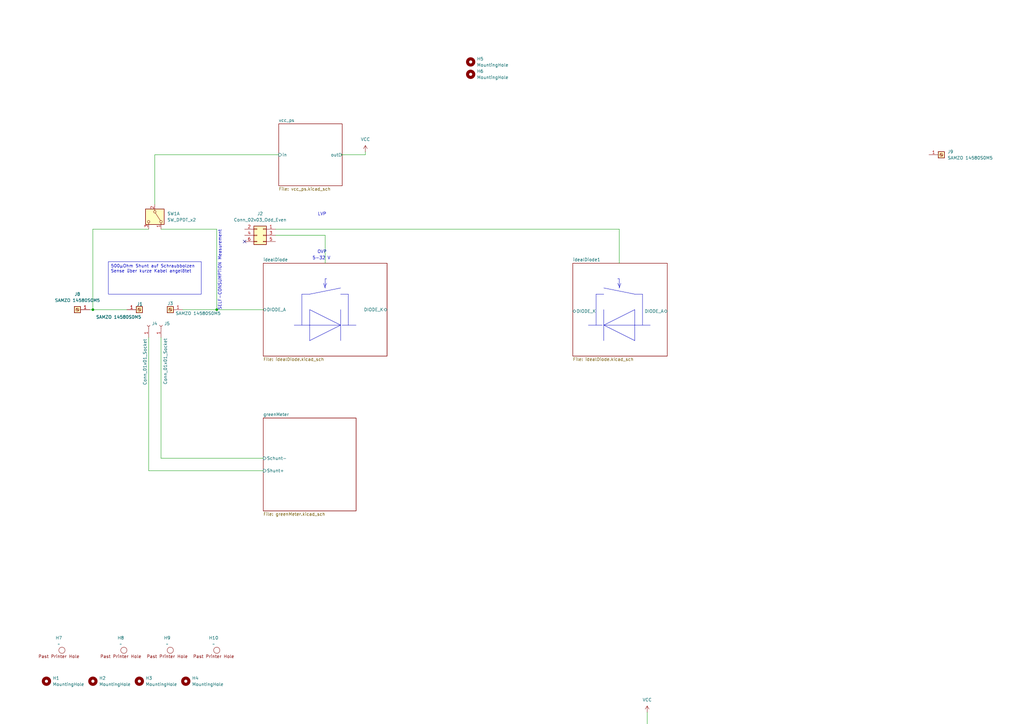
<source format=kicad_sch>
(kicad_sch
	(version 20231120)
	(generator "eeschema")
	(generator_version "8.0")
	(uuid "bf1f8167-8e29-49cc-a467-dd9cc2c77246")
	(paper "A3")
	(lib_symbols
		(symbol "Connector:Conn_01x01_Socket"
			(pin_names
				(offset 1.016) hide)
			(exclude_from_sim no)
			(in_bom yes)
			(on_board yes)
			(property "Reference" "J"
				(at 0 2.54 0)
				(effects
					(font
						(size 1.27 1.27)
					)
				)
			)
			(property "Value" "Conn_01x01_Socket"
				(at 0 -2.54 0)
				(effects
					(font
						(size 1.27 1.27)
					)
				)
			)
			(property "Footprint" ""
				(at 0 0 0)
				(effects
					(font
						(size 1.27 1.27)
					)
					(hide yes)
				)
			)
			(property "Datasheet" "~"
				(at 0 0 0)
				(effects
					(font
						(size 1.27 1.27)
					)
					(hide yes)
				)
			)
			(property "Description" "Generic connector, single row, 01x01, script generated"
				(at 0 0 0)
				(effects
					(font
						(size 1.27 1.27)
					)
					(hide yes)
				)
			)
			(property "ki_locked" ""
				(at 0 0 0)
				(effects
					(font
						(size 1.27 1.27)
					)
				)
			)
			(property "ki_keywords" "connector"
				(at 0 0 0)
				(effects
					(font
						(size 1.27 1.27)
					)
					(hide yes)
				)
			)
			(property "ki_fp_filters" "Connector*:*_1x??_*"
				(at 0 0 0)
				(effects
					(font
						(size 1.27 1.27)
					)
					(hide yes)
				)
			)
			(symbol "Conn_01x01_Socket_1_1"
				(polyline
					(pts
						(xy -1.27 0) (xy -0.508 0)
					)
					(stroke
						(width 0.1524)
						(type default)
					)
					(fill
						(type none)
					)
				)
				(arc
					(start 0 0.508)
					(mid -0.5058 0)
					(end 0 -0.508)
					(stroke
						(width 0.1524)
						(type default)
					)
					(fill
						(type none)
					)
				)
				(pin passive line
					(at -5.08 0 0)
					(length 3.81)
					(name "Pin_1"
						(effects
							(font
								(size 1.27 1.27)
							)
						)
					)
					(number "1"
						(effects
							(font
								(size 1.27 1.27)
							)
						)
					)
				)
			)
		)
		(symbol "Connector:Screw_Terminal_01x01"
			(pin_names
				(offset 1.016) hide)
			(exclude_from_sim no)
			(in_bom yes)
			(on_board yes)
			(property "Reference" "J"
				(at 0 2.54 0)
				(effects
					(font
						(size 1.27 1.27)
					)
				)
			)
			(property "Value" "Screw_Terminal_01x01"
				(at 0 -2.54 0)
				(effects
					(font
						(size 1.27 1.27)
					)
				)
			)
			(property "Footprint" ""
				(at 0 0 0)
				(effects
					(font
						(size 1.27 1.27)
					)
					(hide yes)
				)
			)
			(property "Datasheet" "~"
				(at 0 0 0)
				(effects
					(font
						(size 1.27 1.27)
					)
					(hide yes)
				)
			)
			(property "Description" "Generic screw terminal, single row, 01x01, script generated (kicad-library-utils/schlib/autogen/connector/)"
				(at 0 0 0)
				(effects
					(font
						(size 1.27 1.27)
					)
					(hide yes)
				)
			)
			(property "ki_keywords" "screw terminal"
				(at 0 0 0)
				(effects
					(font
						(size 1.27 1.27)
					)
					(hide yes)
				)
			)
			(property "ki_fp_filters" "TerminalBlock*:*"
				(at 0 0 0)
				(effects
					(font
						(size 1.27 1.27)
					)
					(hide yes)
				)
			)
			(symbol "Screw_Terminal_01x01_1_1"
				(rectangle
					(start -1.27 1.27)
					(end 1.27 -1.27)
					(stroke
						(width 0.254)
						(type default)
					)
					(fill
						(type background)
					)
				)
				(polyline
					(pts
						(xy -0.5334 0.3302) (xy 0.3302 -0.508)
					)
					(stroke
						(width 0.1524)
						(type default)
					)
					(fill
						(type none)
					)
				)
				(polyline
					(pts
						(xy -0.3556 0.508) (xy 0.508 -0.3302)
					)
					(stroke
						(width 0.1524)
						(type default)
					)
					(fill
						(type none)
					)
				)
				(circle
					(center 0 0)
					(radius 0.635)
					(stroke
						(width 0.1524)
						(type default)
					)
					(fill
						(type none)
					)
				)
				(pin passive line
					(at -5.08 0 0)
					(length 3.81)
					(name "Pin_1"
						(effects
							(font
								(size 1.27 1.27)
							)
						)
					)
					(number "1"
						(effects
							(font
								(size 1.27 1.27)
							)
						)
					)
				)
			)
		)
		(symbol "Connector_Generic:Conn_02x03_Odd_Even"
			(pin_names
				(offset 1.016) hide)
			(exclude_from_sim no)
			(in_bom yes)
			(on_board yes)
			(property "Reference" "J"
				(at 1.27 5.08 0)
				(effects
					(font
						(size 1.27 1.27)
					)
				)
			)
			(property "Value" "Conn_02x03_Odd_Even"
				(at 1.27 -5.08 0)
				(effects
					(font
						(size 1.27 1.27)
					)
				)
			)
			(property "Footprint" ""
				(at 0 0 0)
				(effects
					(font
						(size 1.27 1.27)
					)
					(hide yes)
				)
			)
			(property "Datasheet" "~"
				(at 0 0 0)
				(effects
					(font
						(size 1.27 1.27)
					)
					(hide yes)
				)
			)
			(property "Description" "Generic connector, double row, 02x03, odd/even pin numbering scheme (row 1 odd numbers, row 2 even numbers), script generated (kicad-library-utils/schlib/autogen/connector/)"
				(at 0 0 0)
				(effects
					(font
						(size 1.27 1.27)
					)
					(hide yes)
				)
			)
			(property "ki_keywords" "connector"
				(at 0 0 0)
				(effects
					(font
						(size 1.27 1.27)
					)
					(hide yes)
				)
			)
			(property "ki_fp_filters" "Connector*:*_2x??_*"
				(at 0 0 0)
				(effects
					(font
						(size 1.27 1.27)
					)
					(hide yes)
				)
			)
			(symbol "Conn_02x03_Odd_Even_1_1"
				(rectangle
					(start -1.27 -2.413)
					(end 0 -2.667)
					(stroke
						(width 0.1524)
						(type default)
					)
					(fill
						(type none)
					)
				)
				(rectangle
					(start -1.27 0.127)
					(end 0 -0.127)
					(stroke
						(width 0.1524)
						(type default)
					)
					(fill
						(type none)
					)
				)
				(rectangle
					(start -1.27 2.667)
					(end 0 2.413)
					(stroke
						(width 0.1524)
						(type default)
					)
					(fill
						(type none)
					)
				)
				(rectangle
					(start -1.27 3.81)
					(end 3.81 -3.81)
					(stroke
						(width 0.254)
						(type default)
					)
					(fill
						(type background)
					)
				)
				(rectangle
					(start 3.81 -2.413)
					(end 2.54 -2.667)
					(stroke
						(width 0.1524)
						(type default)
					)
					(fill
						(type none)
					)
				)
				(rectangle
					(start 3.81 0.127)
					(end 2.54 -0.127)
					(stroke
						(width 0.1524)
						(type default)
					)
					(fill
						(type none)
					)
				)
				(rectangle
					(start 3.81 2.667)
					(end 2.54 2.413)
					(stroke
						(width 0.1524)
						(type default)
					)
					(fill
						(type none)
					)
				)
				(pin passive line
					(at -5.08 2.54 0)
					(length 3.81)
					(name "Pin_1"
						(effects
							(font
								(size 1.27 1.27)
							)
						)
					)
					(number "1"
						(effects
							(font
								(size 1.27 1.27)
							)
						)
					)
				)
				(pin passive line
					(at 7.62 2.54 180)
					(length 3.81)
					(name "Pin_2"
						(effects
							(font
								(size 1.27 1.27)
							)
						)
					)
					(number "2"
						(effects
							(font
								(size 1.27 1.27)
							)
						)
					)
				)
				(pin passive line
					(at -5.08 0 0)
					(length 3.81)
					(name "Pin_3"
						(effects
							(font
								(size 1.27 1.27)
							)
						)
					)
					(number "3"
						(effects
							(font
								(size 1.27 1.27)
							)
						)
					)
				)
				(pin passive line
					(at 7.62 0 180)
					(length 3.81)
					(name "Pin_4"
						(effects
							(font
								(size 1.27 1.27)
							)
						)
					)
					(number "4"
						(effects
							(font
								(size 1.27 1.27)
							)
						)
					)
				)
				(pin passive line
					(at -5.08 -2.54 0)
					(length 3.81)
					(name "Pin_5"
						(effects
							(font
								(size 1.27 1.27)
							)
						)
					)
					(number "5"
						(effects
							(font
								(size 1.27 1.27)
							)
						)
					)
				)
				(pin passive line
					(at 7.62 -2.54 180)
					(length 3.81)
					(name "Pin_6"
						(effects
							(font
								(size 1.27 1.27)
							)
						)
					)
					(number "6"
						(effects
							(font
								(size 1.27 1.27)
							)
						)
					)
				)
			)
		)
		(symbol "Device:C"
			(pin_numbers hide)
			(pin_names
				(offset 0.254)
			)
			(exclude_from_sim no)
			(in_bom yes)
			(on_board yes)
			(property "Reference" "C"
				(at 0.635 2.54 0)
				(effects
					(font
						(size 1.27 1.27)
					)
					(justify left)
				)
			)
			(property "Value" "C"
				(at 0.635 -2.54 0)
				(effects
					(font
						(size 1.27 1.27)
					)
					(justify left)
				)
			)
			(property "Footprint" ""
				(at 0.9652 -3.81 0)
				(effects
					(font
						(size 1.27 1.27)
					)
					(hide yes)
				)
			)
			(property "Datasheet" "~"
				(at 0 0 0)
				(effects
					(font
						(size 1.27 1.27)
					)
					(hide yes)
				)
			)
			(property "Description" "Unpolarized capacitor"
				(at 0 0 0)
				(effects
					(font
						(size 1.27 1.27)
					)
					(hide yes)
				)
			)
			(property "ki_keywords" "cap capacitor"
				(at 0 0 0)
				(effects
					(font
						(size 1.27 1.27)
					)
					(hide yes)
				)
			)
			(property "ki_fp_filters" "C_*"
				(at 0 0 0)
				(effects
					(font
						(size 1.27 1.27)
					)
					(hide yes)
				)
			)
			(symbol "C_0_1"
				(polyline
					(pts
						(xy -2.032 -0.762) (xy 2.032 -0.762)
					)
					(stroke
						(width 0.508)
						(type default)
					)
					(fill
						(type none)
					)
				)
				(polyline
					(pts
						(xy -2.032 0.762) (xy 2.032 0.762)
					)
					(stroke
						(width 0.508)
						(type default)
					)
					(fill
						(type none)
					)
				)
			)
			(symbol "C_1_1"
				(pin passive line
					(at 0 3.81 270)
					(length 2.794)
					(name "~"
						(effects
							(font
								(size 1.27 1.27)
							)
						)
					)
					(number "1"
						(effects
							(font
								(size 1.27 1.27)
							)
						)
					)
				)
				(pin passive line
					(at 0 -3.81 90)
					(length 2.794)
					(name "~"
						(effects
							(font
								(size 1.27 1.27)
							)
						)
					)
					(number "2"
						(effects
							(font
								(size 1.27 1.27)
							)
						)
					)
				)
			)
		)
		(symbol "Device:LED"
			(pin_numbers hide)
			(pin_names
				(offset 1.016) hide)
			(exclude_from_sim no)
			(in_bom yes)
			(on_board yes)
			(property "Reference" "D"
				(at 0 2.54 0)
				(effects
					(font
						(size 1.27 1.27)
					)
				)
			)
			(property "Value" "LED"
				(at 0 -2.54 0)
				(effects
					(font
						(size 1.27 1.27)
					)
				)
			)
			(property "Footprint" ""
				(at 0 0 0)
				(effects
					(font
						(size 1.27 1.27)
					)
					(hide yes)
				)
			)
			(property "Datasheet" "~"
				(at 0 0 0)
				(effects
					(font
						(size 1.27 1.27)
					)
					(hide yes)
				)
			)
			(property "Description" "Light emitting diode"
				(at 0 0 0)
				(effects
					(font
						(size 1.27 1.27)
					)
					(hide yes)
				)
			)
			(property "ki_keywords" "LED diode"
				(at 0 0 0)
				(effects
					(font
						(size 1.27 1.27)
					)
					(hide yes)
				)
			)
			(property "ki_fp_filters" "LED* LED_SMD:* LED_THT:*"
				(at 0 0 0)
				(effects
					(font
						(size 1.27 1.27)
					)
					(hide yes)
				)
			)
			(symbol "LED_0_1"
				(polyline
					(pts
						(xy -1.27 -1.27) (xy -1.27 1.27)
					)
					(stroke
						(width 0.254)
						(type default)
					)
					(fill
						(type none)
					)
				)
				(polyline
					(pts
						(xy -1.27 0) (xy 1.27 0)
					)
					(stroke
						(width 0)
						(type default)
					)
					(fill
						(type none)
					)
				)
				(polyline
					(pts
						(xy 1.27 -1.27) (xy 1.27 1.27) (xy -1.27 0) (xy 1.27 -1.27)
					)
					(stroke
						(width 0.254)
						(type default)
					)
					(fill
						(type none)
					)
				)
				(polyline
					(pts
						(xy -3.048 -0.762) (xy -4.572 -2.286) (xy -3.81 -2.286) (xy -4.572 -2.286) (xy -4.572 -1.524)
					)
					(stroke
						(width 0)
						(type default)
					)
					(fill
						(type none)
					)
				)
				(polyline
					(pts
						(xy -1.778 -0.762) (xy -3.302 -2.286) (xy -2.54 -2.286) (xy -3.302 -2.286) (xy -3.302 -1.524)
					)
					(stroke
						(width 0)
						(type default)
					)
					(fill
						(type none)
					)
				)
			)
			(symbol "LED_1_1"
				(pin passive line
					(at -3.81 0 0)
					(length 2.54)
					(name "K"
						(effects
							(font
								(size 1.27 1.27)
							)
						)
					)
					(number "1"
						(effects
							(font
								(size 1.27 1.27)
							)
						)
					)
				)
				(pin passive line
					(at 3.81 0 180)
					(length 2.54)
					(name "A"
						(effects
							(font
								(size 1.27 1.27)
							)
						)
					)
					(number "2"
						(effects
							(font
								(size 1.27 1.27)
							)
						)
					)
				)
			)
		)
		(symbol "Device:R"
			(pin_numbers hide)
			(pin_names
				(offset 0)
			)
			(exclude_from_sim no)
			(in_bom yes)
			(on_board yes)
			(property "Reference" "R"
				(at 2.032 0 90)
				(effects
					(font
						(size 1.27 1.27)
					)
				)
			)
			(property "Value" "R"
				(at 0 0 90)
				(effects
					(font
						(size 1.27 1.27)
					)
				)
			)
			(property "Footprint" ""
				(at -1.778 0 90)
				(effects
					(font
						(size 1.27 1.27)
					)
					(hide yes)
				)
			)
			(property "Datasheet" "~"
				(at 0 0 0)
				(effects
					(font
						(size 1.27 1.27)
					)
					(hide yes)
				)
			)
			(property "Description" "Resistor"
				(at 0 0 0)
				(effects
					(font
						(size 1.27 1.27)
					)
					(hide yes)
				)
			)
			(property "ki_keywords" "R res resistor"
				(at 0 0 0)
				(effects
					(font
						(size 1.27 1.27)
					)
					(hide yes)
				)
			)
			(property "ki_fp_filters" "R_*"
				(at 0 0 0)
				(effects
					(font
						(size 1.27 1.27)
					)
					(hide yes)
				)
			)
			(symbol "R_0_1"
				(rectangle
					(start -1.016 -2.54)
					(end 1.016 2.54)
					(stroke
						(width 0.254)
						(type default)
					)
					(fill
						(type none)
					)
				)
			)
			(symbol "R_1_1"
				(pin passive line
					(at 0 3.81 270)
					(length 1.27)
					(name "~"
						(effects
							(font
								(size 1.27 1.27)
							)
						)
					)
					(number "1"
						(effects
							(font
								(size 1.27 1.27)
							)
						)
					)
				)
				(pin passive line
					(at 0 -3.81 90)
					(length 1.27)
					(name "~"
						(effects
							(font
								(size 1.27 1.27)
							)
						)
					)
					(number "2"
						(effects
							(font
								(size 1.27 1.27)
							)
						)
					)
				)
			)
		)
		(symbol "Diode:BZV55C15"
			(pin_numbers hide)
			(pin_names hide)
			(exclude_from_sim no)
			(in_bom yes)
			(on_board yes)
			(property "Reference" "D"
				(at 0 2.54 0)
				(effects
					(font
						(size 1.27 1.27)
					)
				)
			)
			(property "Value" "BZV55C15"
				(at 0 -2.54 0)
				(effects
					(font
						(size 1.27 1.27)
					)
				)
			)
			(property "Footprint" "Diode_SMD:D_MiniMELF"
				(at 0 -4.445 0)
				(effects
					(font
						(size 1.27 1.27)
					)
					(hide yes)
				)
			)
			(property "Datasheet" "https://assets.nexperia.com/documents/data-sheet/BZV55_SER.pdf"
				(at 0 0 0)
				(effects
					(font
						(size 1.27 1.27)
					)
					(hide yes)
				)
			)
			(property "Description" "15V, 500mW, 5%, Zener diode, MiniMELF"
				(at 0 0 0)
				(effects
					(font
						(size 1.27 1.27)
					)
					(hide yes)
				)
			)
			(property "ki_keywords" "zener diode"
				(at 0 0 0)
				(effects
					(font
						(size 1.27 1.27)
					)
					(hide yes)
				)
			)
			(property "ki_fp_filters" "D*MiniMELF*"
				(at 0 0 0)
				(effects
					(font
						(size 1.27 1.27)
					)
					(hide yes)
				)
			)
			(symbol "BZV55C15_0_1"
				(polyline
					(pts
						(xy 1.27 0) (xy -1.27 0)
					)
					(stroke
						(width 0)
						(type default)
					)
					(fill
						(type none)
					)
				)
				(polyline
					(pts
						(xy -1.27 -1.27) (xy -1.27 1.27) (xy -0.762 1.27)
					)
					(stroke
						(width 0.254)
						(type default)
					)
					(fill
						(type none)
					)
				)
				(polyline
					(pts
						(xy 1.27 -1.27) (xy 1.27 1.27) (xy -1.27 0) (xy 1.27 -1.27)
					)
					(stroke
						(width 0.254)
						(type default)
					)
					(fill
						(type none)
					)
				)
			)
			(symbol "BZV55C15_1_1"
				(pin passive line
					(at -3.81 0 0)
					(length 2.54)
					(name "K"
						(effects
							(font
								(size 1.27 1.27)
							)
						)
					)
					(number "1"
						(effects
							(font
								(size 1.27 1.27)
							)
						)
					)
				)
				(pin passive line
					(at 3.81 0 180)
					(length 2.54)
					(name "A"
						(effects
							(font
								(size 1.27 1.27)
							)
						)
					)
					(number "2"
						(effects
							(font
								(size 1.27 1.27)
							)
						)
					)
				)
			)
		)
		(symbol "Isolator:VO615A-1"
			(pin_names
				(offset 0.762)
			)
			(exclude_from_sim no)
			(in_bom yes)
			(on_board yes)
			(property "Reference" "U"
				(at 0 7.62 0)
				(effects
					(font
						(size 1.27 1.27)
					)
				)
			)
			(property "Value" "VO615A-1"
				(at 0 5.08 0)
				(effects
					(font
						(size 1.27 1.27)
					)
				)
			)
			(property "Footprint" ""
				(at 0 0 0)
				(effects
					(font
						(size 1.27 1.27)
					)
					(hide yes)
				)
			)
			(property "Datasheet" "http://www.vishay.com/docs/81753/vo615a.pdf"
				(at 0 0 0)
				(effects
					(font
						(size 1.27 1.27)
					)
					(hide yes)
				)
			)
			(property "Description" "DC Optocoupler, Vce 70V, CTR 40-80% @ 10mA, Viso 5000Vrms, DIP4"
				(at 0 0 0)
				(effects
					(font
						(size 1.27 1.27)
					)
					(hide yes)
				)
			)
			(property "ki_keywords" "NPN DC Optocoupler"
				(at 0 0 0)
				(effects
					(font
						(size 1.27 1.27)
					)
					(hide yes)
				)
			)
			(property "ki_fp_filters" "DIP*W7.62mm* DIP*W10.16mm* SMDIP*W7.62mm* SMDIP*W9.53mm* SMDIP*W11.48mm*"
				(at 0 0 0)
				(effects
					(font
						(size 1.27 1.27)
					)
					(hide yes)
				)
			)
			(symbol "VO615A-1_0_1"
				(rectangle
					(start -5.08 3.81)
					(end 5.08 -3.81)
					(stroke
						(width 0.254)
						(type default)
					)
					(fill
						(type background)
					)
				)
				(polyline
					(pts
						(xy -3.175 -0.635) (xy -1.905 -0.635)
					)
					(stroke
						(width 0)
						(type default)
					)
					(fill
						(type none)
					)
				)
				(polyline
					(pts
						(xy 2.54 0.635) (xy 4.445 2.54)
					)
					(stroke
						(width 0)
						(type default)
					)
					(fill
						(type none)
					)
				)
				(polyline
					(pts
						(xy 4.445 -2.54) (xy 2.54 -0.635)
					)
					(stroke
						(width 0)
						(type default)
					)
					(fill
						(type outline)
					)
				)
				(polyline
					(pts
						(xy 4.445 -2.54) (xy 5.08 -2.54)
					)
					(stroke
						(width 0)
						(type default)
					)
					(fill
						(type none)
					)
				)
				(polyline
					(pts
						(xy 4.445 2.54) (xy 5.08 2.54)
					)
					(stroke
						(width 0)
						(type default)
					)
					(fill
						(type none)
					)
				)
				(polyline
					(pts
						(xy 2.54 1.905) (xy 2.54 -1.905) (xy 2.54 -1.905)
					)
					(stroke
						(width 0.508)
						(type default)
					)
					(fill
						(type none)
					)
				)
				(polyline
					(pts
						(xy -5.08 2.54) (xy -2.54 2.54) (xy -2.54 -2.54) (xy -5.08 -2.54)
					)
					(stroke
						(width 0)
						(type default)
					)
					(fill
						(type none)
					)
				)
				(polyline
					(pts
						(xy -2.54 -0.635) (xy -3.175 0.635) (xy -1.905 0.635) (xy -2.54 -0.635)
					)
					(stroke
						(width 0)
						(type default)
					)
					(fill
						(type none)
					)
				)
				(polyline
					(pts
						(xy -0.508 -0.508) (xy 0.762 -0.508) (xy 0.381 -0.635) (xy 0.381 -0.381) (xy 0.762 -0.508)
					)
					(stroke
						(width 0)
						(type default)
					)
					(fill
						(type none)
					)
				)
				(polyline
					(pts
						(xy -0.508 0.508) (xy 0.762 0.508) (xy 0.381 0.381) (xy 0.381 0.635) (xy 0.762 0.508)
					)
					(stroke
						(width 0)
						(type default)
					)
					(fill
						(type none)
					)
				)
				(polyline
					(pts
						(xy 3.048 -1.651) (xy 3.556 -1.143) (xy 4.064 -2.159) (xy 3.048 -1.651) (xy 3.048 -1.651)
					)
					(stroke
						(width 0)
						(type default)
					)
					(fill
						(type outline)
					)
				)
			)
			(symbol "VO615A-1_1_1"
				(pin passive line
					(at -7.62 2.54 0)
					(length 2.54)
					(name "~"
						(effects
							(font
								(size 1.27 1.27)
							)
						)
					)
					(number "1"
						(effects
							(font
								(size 1.27 1.27)
							)
						)
					)
				)
				(pin passive line
					(at -7.62 -2.54 0)
					(length 2.54)
					(name "~"
						(effects
							(font
								(size 1.27 1.27)
							)
						)
					)
					(number "2"
						(effects
							(font
								(size 1.27 1.27)
							)
						)
					)
				)
				(pin passive line
					(at 7.62 -2.54 180)
					(length 2.54)
					(name "~"
						(effects
							(font
								(size 1.27 1.27)
							)
						)
					)
					(number "3"
						(effects
							(font
								(size 1.27 1.27)
							)
						)
					)
				)
				(pin passive line
					(at 7.62 2.54 180)
					(length 2.54)
					(name "~"
						(effects
							(font
								(size 1.27 1.27)
							)
						)
					)
					(number "4"
						(effects
							(font
								(size 1.27 1.27)
							)
						)
					)
				)
			)
		)
		(symbol "Mechanical:MountingHole"
			(pin_names
				(offset 1.016)
			)
			(exclude_from_sim yes)
			(in_bom no)
			(on_board yes)
			(property "Reference" "H"
				(at 0 5.08 0)
				(effects
					(font
						(size 1.27 1.27)
					)
				)
			)
			(property "Value" "MountingHole"
				(at 0 3.175 0)
				(effects
					(font
						(size 1.27 1.27)
					)
				)
			)
			(property "Footprint" ""
				(at 0 0 0)
				(effects
					(font
						(size 1.27 1.27)
					)
					(hide yes)
				)
			)
			(property "Datasheet" "~"
				(at 0 0 0)
				(effects
					(font
						(size 1.27 1.27)
					)
					(hide yes)
				)
			)
			(property "Description" "Mounting Hole without connection"
				(at 0 0 0)
				(effects
					(font
						(size 1.27 1.27)
					)
					(hide yes)
				)
			)
			(property "ki_keywords" "mounting hole"
				(at 0 0 0)
				(effects
					(font
						(size 1.27 1.27)
					)
					(hide yes)
				)
			)
			(property "ki_fp_filters" "MountingHole*"
				(at 0 0 0)
				(effects
					(font
						(size 1.27 1.27)
					)
					(hide yes)
				)
			)
			(symbol "MountingHole_0_1"
				(circle
					(center 0 0)
					(radius 1.27)
					(stroke
						(width 1.27)
						(type default)
					)
					(fill
						(type none)
					)
				)
			)
		)
		(symbol "Switch:SW_DPDT_x2"
			(pin_names
				(offset 0) hide)
			(exclude_from_sim no)
			(in_bom yes)
			(on_board yes)
			(property "Reference" "SW"
				(at 0 5.08 0)
				(effects
					(font
						(size 1.27 1.27)
					)
				)
			)
			(property "Value" "SW_DPDT_x2"
				(at 0 -5.08 0)
				(effects
					(font
						(size 1.27 1.27)
					)
				)
			)
			(property "Footprint" ""
				(at 0 0 0)
				(effects
					(font
						(size 1.27 1.27)
					)
					(hide yes)
				)
			)
			(property "Datasheet" "~"
				(at 0 0 0)
				(effects
					(font
						(size 1.27 1.27)
					)
					(hide yes)
				)
			)
			(property "Description" "Switch, dual pole double throw, separate symbols"
				(at 0 0 0)
				(effects
					(font
						(size 1.27 1.27)
					)
					(hide yes)
				)
			)
			(property "ki_keywords" "switch dual-pole double-throw DPDT spdt ON-ON"
				(at 0 0 0)
				(effects
					(font
						(size 1.27 1.27)
					)
					(hide yes)
				)
			)
			(property "ki_fp_filters" "SW*DPDT*"
				(at 0 0 0)
				(effects
					(font
						(size 1.27 1.27)
					)
					(hide yes)
				)
			)
			(symbol "SW_DPDT_x2_0_0"
				(circle
					(center -2.032 0)
					(radius 0.508)
					(stroke
						(width 0)
						(type default)
					)
					(fill
						(type none)
					)
				)
				(circle
					(center 2.032 -2.54)
					(radius 0.508)
					(stroke
						(width 0)
						(type default)
					)
					(fill
						(type none)
					)
				)
			)
			(symbol "SW_DPDT_x2_0_1"
				(rectangle
					(start -3.175 3.81)
					(end 3.175 -3.81)
					(stroke
						(width 0.254)
						(type default)
					)
					(fill
						(type background)
					)
				)
				(polyline
					(pts
						(xy -1.524 0.254) (xy 1.5748 2.286)
					)
					(stroke
						(width 0)
						(type default)
					)
					(fill
						(type none)
					)
				)
				(circle
					(center 2.032 2.54)
					(radius 0.508)
					(stroke
						(width 0)
						(type default)
					)
					(fill
						(type none)
					)
				)
			)
			(symbol "SW_DPDT_x2_1_1"
				(pin passive line
					(at 5.08 2.54 180)
					(length 2.54)
					(name "A"
						(effects
							(font
								(size 1.27 1.27)
							)
						)
					)
					(number "1"
						(effects
							(font
								(size 1.27 1.27)
							)
						)
					)
				)
				(pin passive line
					(at -5.08 0 0)
					(length 2.54)
					(name "B"
						(effects
							(font
								(size 1.27 1.27)
							)
						)
					)
					(number "2"
						(effects
							(font
								(size 1.27 1.27)
							)
						)
					)
				)
				(pin passive line
					(at 5.08 -2.54 180)
					(length 2.54)
					(name "C"
						(effects
							(font
								(size 1.27 1.27)
							)
						)
					)
					(number "3"
						(effects
							(font
								(size 1.27 1.27)
							)
						)
					)
				)
			)
			(symbol "SW_DPDT_x2_2_1"
				(pin passive line
					(at 5.08 2.54 180)
					(length 2.54)
					(name "A"
						(effects
							(font
								(size 1.27 1.27)
							)
						)
					)
					(number "4"
						(effects
							(font
								(size 1.27 1.27)
							)
						)
					)
				)
				(pin passive line
					(at -5.08 0 0)
					(length 2.54)
					(name "B"
						(effects
							(font
								(size 1.27 1.27)
							)
						)
					)
					(number "5"
						(effects
							(font
								(size 1.27 1.27)
							)
						)
					)
				)
				(pin passive line
					(at 5.08 -2.54 180)
					(length 2.54)
					(name "C"
						(effects
							(font
								(size 1.27 1.27)
							)
						)
					)
					(number "6"
						(effects
							(font
								(size 1.27 1.27)
							)
						)
					)
				)
			)
		)
		(symbol "Transistor_BJT:MMBT2222A"
			(pin_names
				(offset 0) hide)
			(exclude_from_sim no)
			(in_bom yes)
			(on_board yes)
			(property "Reference" "Q"
				(at 5.08 1.905 0)
				(effects
					(font
						(size 1.27 1.27)
					)
					(justify left)
				)
			)
			(property "Value" "MMBT2222A"
				(at 5.08 0 0)
				(effects
					(font
						(size 1.27 1.27)
					)
					(justify left)
				)
			)
			(property "Footprint" "Package_TO_SOT_SMD:SOT-23"
				(at 5.08 -1.905 0)
				(effects
					(font
						(size 1.27 1.27)
						(italic yes)
					)
					(justify left)
					(hide yes)
				)
			)
			(property "Datasheet" "https://assets.nexperia.com/documents/data-sheet/MMBT2222A.pdf"
				(at 0 0 0)
				(effects
					(font
						(size 1.27 1.27)
					)
					(justify left)
					(hide yes)
				)
			)
			(property "Description" "600mA Ic, 40V Vce, NPN Transistor, SOT-23"
				(at 0 0 0)
				(effects
					(font
						(size 1.27 1.27)
					)
					(hide yes)
				)
			)
			(property "ki_keywords" "NPN Transistor"
				(at 0 0 0)
				(effects
					(font
						(size 1.27 1.27)
					)
					(hide yes)
				)
			)
			(property "ki_fp_filters" "SOT?23*"
				(at 0 0 0)
				(effects
					(font
						(size 1.27 1.27)
					)
					(hide yes)
				)
			)
			(symbol "MMBT2222A_0_1"
				(polyline
					(pts
						(xy 0.635 0.635) (xy 2.54 2.54)
					)
					(stroke
						(width 0)
						(type default)
					)
					(fill
						(type none)
					)
				)
				(polyline
					(pts
						(xy 0.635 -0.635) (xy 2.54 -2.54) (xy 2.54 -2.54)
					)
					(stroke
						(width 0)
						(type default)
					)
					(fill
						(type none)
					)
				)
				(polyline
					(pts
						(xy 0.635 1.905) (xy 0.635 -1.905) (xy 0.635 -1.905)
					)
					(stroke
						(width 0.508)
						(type default)
					)
					(fill
						(type none)
					)
				)
				(polyline
					(pts
						(xy 1.27 -1.778) (xy 1.778 -1.27) (xy 2.286 -2.286) (xy 1.27 -1.778) (xy 1.27 -1.778)
					)
					(stroke
						(width 0)
						(type default)
					)
					(fill
						(type outline)
					)
				)
				(circle
					(center 1.27 0)
					(radius 2.8194)
					(stroke
						(width 0.254)
						(type default)
					)
					(fill
						(type none)
					)
				)
			)
			(symbol "MMBT2222A_1_1"
				(pin input line
					(at -5.08 0 0)
					(length 5.715)
					(name "B"
						(effects
							(font
								(size 1.27 1.27)
							)
						)
					)
					(number "1"
						(effects
							(font
								(size 1.27 1.27)
							)
						)
					)
				)
				(pin passive line
					(at 2.54 -5.08 90)
					(length 2.54)
					(name "E"
						(effects
							(font
								(size 1.27 1.27)
							)
						)
					)
					(number "2"
						(effects
							(font
								(size 1.27 1.27)
							)
						)
					)
				)
				(pin passive line
					(at 2.54 5.08 270)
					(length 2.54)
					(name "C"
						(effects
							(font
								(size 1.27 1.27)
							)
						)
					)
					(number "3"
						(effects
							(font
								(size 1.27 1.27)
							)
						)
					)
				)
			)
		)
		(symbol "Transistor_BJT:MMBT3906"
			(pin_names
				(offset 0) hide)
			(exclude_from_sim no)
			(in_bom yes)
			(on_board yes)
			(property "Reference" "Q"
				(at 5.08 1.905 0)
				(effects
					(font
						(size 1.27 1.27)
					)
					(justify left)
				)
			)
			(property "Value" "MMBT3906"
				(at 5.08 0 0)
				(effects
					(font
						(size 1.27 1.27)
					)
					(justify left)
				)
			)
			(property "Footprint" "Package_TO_SOT_SMD:SOT-23"
				(at 5.08 -1.905 0)
				(effects
					(font
						(size 1.27 1.27)
						(italic yes)
					)
					(justify left)
					(hide yes)
				)
			)
			(property "Datasheet" "https://www.onsemi.com/pdf/datasheet/pzt3906-d.pdf"
				(at 0 0 0)
				(effects
					(font
						(size 1.27 1.27)
					)
					(justify left)
					(hide yes)
				)
			)
			(property "Description" "-0.2A Ic, -40V Vce, Small Signal PNP Transistor, SOT-23"
				(at 0 0 0)
				(effects
					(font
						(size 1.27 1.27)
					)
					(hide yes)
				)
			)
			(property "ki_keywords" "PNP Transistor"
				(at 0 0 0)
				(effects
					(font
						(size 1.27 1.27)
					)
					(hide yes)
				)
			)
			(property "ki_fp_filters" "SOT?23*"
				(at 0 0 0)
				(effects
					(font
						(size 1.27 1.27)
					)
					(hide yes)
				)
			)
			(symbol "MMBT3906_0_1"
				(polyline
					(pts
						(xy 0.635 0.635) (xy 2.54 2.54)
					)
					(stroke
						(width 0)
						(type default)
					)
					(fill
						(type none)
					)
				)
				(polyline
					(pts
						(xy 0.635 -0.635) (xy 2.54 -2.54) (xy 2.54 -2.54)
					)
					(stroke
						(width 0)
						(type default)
					)
					(fill
						(type none)
					)
				)
				(polyline
					(pts
						(xy 0.635 1.905) (xy 0.635 -1.905) (xy 0.635 -1.905)
					)
					(stroke
						(width 0.508)
						(type default)
					)
					(fill
						(type none)
					)
				)
				(polyline
					(pts
						(xy 2.286 -1.778) (xy 1.778 -2.286) (xy 1.27 -1.27) (xy 2.286 -1.778) (xy 2.286 -1.778)
					)
					(stroke
						(width 0)
						(type default)
					)
					(fill
						(type outline)
					)
				)
				(circle
					(center 1.27 0)
					(radius 2.8194)
					(stroke
						(width 0.254)
						(type default)
					)
					(fill
						(type none)
					)
				)
			)
			(symbol "MMBT3906_1_1"
				(pin input line
					(at -5.08 0 0)
					(length 5.715)
					(name "B"
						(effects
							(font
								(size 1.27 1.27)
							)
						)
					)
					(number "1"
						(effects
							(font
								(size 1.27 1.27)
							)
						)
					)
				)
				(pin passive line
					(at 2.54 -5.08 90)
					(length 2.54)
					(name "E"
						(effects
							(font
								(size 1.27 1.27)
							)
						)
					)
					(number "2"
						(effects
							(font
								(size 1.27 1.27)
							)
						)
					)
				)
				(pin passive line
					(at 2.54 5.08 270)
					(length 2.54)
					(name "C"
						(effects
							(font
								(size 1.27 1.27)
							)
						)
					)
					(number "3"
						(effects
							(font
								(size 1.27 1.27)
							)
						)
					)
				)
			)
		)
		(symbol "Transistor_FET:SiR696DP"
			(pin_names hide)
			(exclude_from_sim no)
			(in_bom yes)
			(on_board yes)
			(property "Reference" "Q"
				(at 5.08 1.905 0)
				(effects
					(font
						(size 1.27 1.27)
					)
					(justify left)
				)
			)
			(property "Value" "SiR696DP"
				(at 5.08 0 0)
				(effects
					(font
						(size 1.27 1.27)
					)
					(justify left)
				)
			)
			(property "Footprint" "Package_SO:PowerPAK_SO-8_Single"
				(at 5.08 -1.905 0)
				(effects
					(font
						(size 1.27 1.27)
						(italic yes)
					)
					(justify left)
					(hide yes)
				)
			)
			(property "Datasheet" "https://www.vishay.com/docs/65689/sir696dp.pdf"
				(at 5.08 -3.81 0)
				(effects
					(font
						(size 1.27 1.27)
					)
					(justify left)
					(hide yes)
				)
			)
			(property "Description" "60A Id, 125V Vds N-Channel MOSFET, 9.6mOhm Ron, 19.4 nC Qg(typ), PowerPAK-8"
				(at 0 0 0)
				(effects
					(font
						(size 1.27 1.27)
					)
					(hide yes)
				)
			)
			(property "ki_keywords" "NMOS NFET Vishay"
				(at 0 0 0)
				(effects
					(font
						(size 1.27 1.27)
					)
					(hide yes)
				)
			)
			(property "ki_fp_filters" "PowerPAK*SO*Single*"
				(at 0 0 0)
				(effects
					(font
						(size 1.27 1.27)
					)
					(hide yes)
				)
			)
			(symbol "SiR696DP_0_1"
				(polyline
					(pts
						(xy 0.254 0) (xy -2.54 0)
					)
					(stroke
						(width 0)
						(type default)
					)
					(fill
						(type none)
					)
				)
				(polyline
					(pts
						(xy 0.254 1.905) (xy 0.254 -1.905)
					)
					(stroke
						(width 0.254)
						(type default)
					)
					(fill
						(type none)
					)
				)
				(polyline
					(pts
						(xy 0.762 -1.27) (xy 0.762 -2.286)
					)
					(stroke
						(width 0.254)
						(type default)
					)
					(fill
						(type none)
					)
				)
				(polyline
					(pts
						(xy 0.762 0.508) (xy 0.762 -0.508)
					)
					(stroke
						(width 0.254)
						(type default)
					)
					(fill
						(type none)
					)
				)
				(polyline
					(pts
						(xy 0.762 2.286) (xy 0.762 1.27)
					)
					(stroke
						(width 0.254)
						(type default)
					)
					(fill
						(type none)
					)
				)
				(polyline
					(pts
						(xy 2.54 2.54) (xy 2.54 1.778)
					)
					(stroke
						(width 0)
						(type default)
					)
					(fill
						(type none)
					)
				)
				(polyline
					(pts
						(xy 2.54 -2.54) (xy 2.54 0) (xy 0.762 0)
					)
					(stroke
						(width 0)
						(type default)
					)
					(fill
						(type none)
					)
				)
				(polyline
					(pts
						(xy 0.762 -1.778) (xy 3.302 -1.778) (xy 3.302 1.778) (xy 0.762 1.778)
					)
					(stroke
						(width 0)
						(type default)
					)
					(fill
						(type none)
					)
				)
				(polyline
					(pts
						(xy 1.016 0) (xy 2.032 0.381) (xy 2.032 -0.381) (xy 1.016 0)
					)
					(stroke
						(width 0)
						(type default)
					)
					(fill
						(type outline)
					)
				)
				(polyline
					(pts
						(xy 2.794 0.508) (xy 2.921 0.381) (xy 3.683 0.381) (xy 3.81 0.254)
					)
					(stroke
						(width 0)
						(type default)
					)
					(fill
						(type none)
					)
				)
				(polyline
					(pts
						(xy 3.302 0.381) (xy 2.921 -0.254) (xy 3.683 -0.254) (xy 3.302 0.381)
					)
					(stroke
						(width 0)
						(type default)
					)
					(fill
						(type none)
					)
				)
				(circle
					(center 1.651 0)
					(radius 2.794)
					(stroke
						(width 0.254)
						(type default)
					)
					(fill
						(type none)
					)
				)
				(circle
					(center 2.54 -1.778)
					(radius 0.254)
					(stroke
						(width 0)
						(type default)
					)
					(fill
						(type outline)
					)
				)
				(circle
					(center 2.54 1.778)
					(radius 0.254)
					(stroke
						(width 0)
						(type default)
					)
					(fill
						(type outline)
					)
				)
			)
			(symbol "SiR696DP_1_1"
				(pin passive line
					(at 2.54 -5.08 90)
					(length 2.54)
					(name "S"
						(effects
							(font
								(size 1.27 1.27)
							)
						)
					)
					(number "1"
						(effects
							(font
								(size 1.27 1.27)
							)
						)
					)
				)
				(pin passive line
					(at 2.54 -5.08 90)
					(length 2.54) hide
					(name "S"
						(effects
							(font
								(size 1.27 1.27)
							)
						)
					)
					(number "2"
						(effects
							(font
								(size 1.27 1.27)
							)
						)
					)
				)
				(pin passive line
					(at 2.54 -5.08 90)
					(length 2.54) hide
					(name "S"
						(effects
							(font
								(size 1.27 1.27)
							)
						)
					)
					(number "3"
						(effects
							(font
								(size 1.27 1.27)
							)
						)
					)
				)
				(pin input line
					(at -5.08 0 0)
					(length 2.54)
					(name "G"
						(effects
							(font
								(size 1.27 1.27)
							)
						)
					)
					(number "4"
						(effects
							(font
								(size 1.27 1.27)
							)
						)
					)
				)
				(pin passive line
					(at 2.54 5.08 270)
					(length 2.54)
					(name "D"
						(effects
							(font
								(size 1.27 1.27)
							)
						)
					)
					(number "5"
						(effects
							(font
								(size 1.27 1.27)
							)
						)
					)
				)
			)
		)
		(symbol "myMounting:mounting_past_printer"
			(exclude_from_sim no)
			(in_bom no)
			(on_board yes)
			(property "Reference" "H"
				(at 0 0 0)
				(effects
					(font
						(size 1.27 1.27)
					)
				)
			)
			(property "Value" ""
				(at 0 0 0)
				(effects
					(font
						(size 1.27 1.27)
					)
				)
			)
			(property "Footprint" "myHoles:printer_mounting_holes_1mm"
				(at 0 0 0)
				(effects
					(font
						(size 1.27 1.27)
					)
					(hide yes)
				)
			)
			(property "Datasheet" ""
				(at 0 0 0)
				(effects
					(font
						(size 1.27 1.27)
					)
					(hide yes)
				)
			)
			(property "Description" ""
				(at 0 0 0)
				(effects
					(font
						(size 1.27 1.27)
					)
					(hide yes)
				)
			)
			(symbol "mounting_past_printer_0_1"
				(circle
					(center 0 0)
					(radius 1.27)
					(stroke
						(width 0)
						(type default)
					)
					(fill
						(type none)
					)
				)
			)
			(symbol "mounting_past_printer_1_1"
				(text "Past Printer Hole\n"
					(at -1.27 -2.54 0)
					(effects
						(font
							(size 1.27 1.27)
						)
					)
				)
			)
		)
		(symbol "power:VCC"
			(power)
			(pin_numbers hide)
			(pin_names
				(offset 0) hide)
			(exclude_from_sim no)
			(in_bom yes)
			(on_board yes)
			(property "Reference" "#PWR"
				(at 0 -3.81 0)
				(effects
					(font
						(size 1.27 1.27)
					)
					(hide yes)
				)
			)
			(property "Value" "VCC"
				(at 0 3.556 0)
				(effects
					(font
						(size 1.27 1.27)
					)
				)
			)
			(property "Footprint" ""
				(at 0 0 0)
				(effects
					(font
						(size 1.27 1.27)
					)
					(hide yes)
				)
			)
			(property "Datasheet" ""
				(at 0 0 0)
				(effects
					(font
						(size 1.27 1.27)
					)
					(hide yes)
				)
			)
			(property "Description" "Power symbol creates a global label with name \"VCC\""
				(at 0 0 0)
				(effects
					(font
						(size 1.27 1.27)
					)
					(hide yes)
				)
			)
			(property "ki_keywords" "global power"
				(at 0 0 0)
				(effects
					(font
						(size 1.27 1.27)
					)
					(hide yes)
				)
			)
			(symbol "VCC_0_1"
				(polyline
					(pts
						(xy -0.762 1.27) (xy 0 2.54)
					)
					(stroke
						(width 0)
						(type default)
					)
					(fill
						(type none)
					)
				)
				(polyline
					(pts
						(xy 0 0) (xy 0 2.54)
					)
					(stroke
						(width 0)
						(type default)
					)
					(fill
						(type none)
					)
				)
				(polyline
					(pts
						(xy 0 2.54) (xy 0.762 1.27)
					)
					(stroke
						(width 0)
						(type default)
					)
					(fill
						(type none)
					)
				)
			)
			(symbol "VCC_1_1"
				(pin power_in line
					(at 0 0 90)
					(length 0)
					(name "~"
						(effects
							(font
								(size 1.27 1.27)
							)
						)
					)
					(number "1"
						(effects
							(font
								(size 1.27 1.27)
							)
						)
					)
				)
			)
		)
	)
	(junction
		(at 317.5 337.82)
		(diameter 0)
		(color 0 0 0 0)
		(uuid "0966124c-f18f-475d-9052-3a4e6dd29c6c")
	)
	(junction
		(at 255.27 373.38)
		(diameter 0)
		(color 0 0 0 0)
		(uuid "1c8e1926-f6ad-4827-8924-cc1992be0912")
	)
	(junction
		(at 88.9 127)
		(diameter 0)
		(color 0 0 0 0)
		(uuid "23cbab08-9e4d-4284-95cf-f2b224261038")
	)
	(junction
		(at 255.27 353.06)
		(diameter 0)
		(color 0 0 0 0)
		(uuid "3e27cfc8-57ed-49f7-89cf-c5e3773f9981")
	)
	(junction
		(at 306.07 365.76)
		(diameter 0)
		(color 0 0 0 0)
		(uuid "491a0471-0d1c-4f69-85c3-777ce500990d")
	)
	(junction
		(at 317.5 365.76)
		(diameter 0)
		(color 0 0 0 0)
		(uuid "65f98bc9-85ab-451b-aa8f-5b2d241e3e24")
	)
	(junction
		(at 242.57 349.25)
		(diameter 0)
		(color 0 0 0 0)
		(uuid "72c08c0e-9e0f-4dc0-b41d-98d1ec81971a")
	)
	(junction
		(at 255.27 375.92)
		(diameter 0)
		(color 0 0 0 0)
		(uuid "72e3a523-9b4f-491e-8e7b-c4207ccbcd89")
	)
	(junction
		(at 292.1 327.66)
		(diameter 0)
		(color 0 0 0 0)
		(uuid "92cbea37-e08b-46b7-b70d-f594af0ee402")
	)
	(junction
		(at 292.1 337.82)
		(diameter 0)
		(color 0 0 0 0)
		(uuid "98d483d3-624b-4922-8c44-4eaeb1048846")
	)
	(junction
		(at 265.43 317.5)
		(diameter 0)
		(color 0 0 0 0)
		(uuid "b29bfd50-172d-424d-afc7-642b851ba0ff")
	)
	(junction
		(at 317.5 334.01)
		(diameter 0)
		(color 0 0 0 0)
		(uuid "d2d7a569-cbaf-437c-8636-b20c34aa560e")
	)
	(junction
		(at 38.1 127)
		(diameter 0)
		(color 0 0 0 0)
		(uuid "e5df6a3b-0f94-483f-889e-eea1088c22f8")
	)
	(junction
		(at 306.07 337.82)
		(diameter 0)
		(color 0 0 0 0)
		(uuid "ec73db30-5f77-4e90-882a-4c9cbe1643ee")
	)
	(junction
		(at 255.27 360.68)
		(diameter 0)
		(color 0 0 0 0)
		(uuid "fc1f557e-9ea4-42e6-bbdb-9bada9a627bd")
	)
	(junction
		(at 255.27 349.25)
		(diameter 0)
		(color 0 0 0 0)
		(uuid "ff5f44eb-3b5f-4c2c-bf09-3c195c1930a6")
	)
	(no_connect
		(at 100.33 99.06)
		(uuid "0f03eb49-e0de-46ea-9812-28e6fe8d06eb")
	)
	(wire
		(pts
			(xy 265.43 317.5) (xy 265.43 325.12)
		)
		(stroke
			(width 0)
			(type default)
		)
		(uuid "0261b513-430c-4e9e-b86d-7939e100e3aa")
	)
	(wire
		(pts
			(xy 292.1 302.26) (xy 292.1 327.66)
		)
		(stroke
			(width 0)
			(type default)
		)
		(uuid "031a48a3-cf12-456f-9cbe-b88def6ac012")
	)
	(polyline
		(pts
			(xy 266.7 133.35) (xy 260.35 133.35)
		)
		(stroke
			(width 0)
			(type default)
		)
		(uuid "04c37f12-5757-43e1-9acc-cc5d45396ec9")
	)
	(wire
		(pts
			(xy 139.7 63.5) (xy 149.86 63.5)
		)
		(stroke
			(width 0)
			(type default)
		)
		(uuid "0560a9f5-88e4-4956-9f3f-6ed683079dd9")
	)
	(wire
		(pts
			(xy 255.27 353.06) (xy 255.27 349.25)
		)
		(stroke
			(width 0)
			(type default)
		)
		(uuid "0a4e2f0c-3e7a-4092-95b6-b6a926127138")
	)
	(wire
		(pts
			(xy 255.27 375.92) (xy 255.27 373.38)
		)
		(stroke
			(width 0)
			(type default)
		)
		(uuid "0cacb69c-ae9b-4adb-88db-e1a851c32e6a")
	)
	(polyline
		(pts
			(xy 263.525 133.35) (xy 263.525 120.65)
		)
		(stroke
			(width 0)
			(type default)
		)
		(uuid "0e766bd7-d6df-4a37-b60c-d404f0c0d868")
	)
	(wire
		(pts
			(xy 69.85 381) (xy 247.65 381)
		)
		(stroke
			(width 0)
			(type default)
		)
		(uuid "11948203-039e-4d46-90c3-a9400a1f2afb")
	)
	(polyline
		(pts
			(xy 260.35 133.35) (xy 247.65 133.35)
		)
		(stroke
			(width 0)
			(type default)
		)
		(uuid "15ac65a9-17fe-4dc5-8334-8b581b7b50a8")
	)
	(wire
		(pts
			(xy 133.35 96.52) (xy 133.35 107.95)
		)
		(stroke
			(width 0)
			(type default)
		)
		(uuid "19c4e875-7b23-42dd-a803-d34710bd67c6")
	)
	(polyline
		(pts
			(xy 260.35 133.35) (xy 260.35 139.7)
		)
		(stroke
			(width 0)
			(type default)
		)
		(uuid "1e5ac604-520c-420e-b286-d8e25a47d688")
	)
	(polyline
		(pts
			(xy 133.35 114.3) (xy 133.985 114.3)
		)
		(stroke
			(width 0)
			(type default)
		)
		(uuid "1f9d70e5-beab-4869-8a51-dc40e32a86d2")
	)
	(polyline
		(pts
			(xy 133.35 114.3) (xy 133.35 118.11)
		)
		(stroke
			(width 0)
			(type default)
		)
		(uuid "22873207-cf87-4f72-82b5-531ca7e2e0f9")
	)
	(polyline
		(pts
			(xy 260.35 133.35) (xy 260.35 127)
		)
		(stroke
			(width 0)
			(type default)
		)
		(uuid "228fa154-2f45-4ae1-ae94-4bcec620012d")
	)
	(wire
		(pts
			(xy 280.67 302.26) (xy 292.1 302.26)
		)
		(stroke
			(width 0)
			(type default)
		)
		(uuid "236882e4-3c5e-4f06-983f-56850c050c64")
	)
	(polyline
		(pts
			(xy 247.65 127) (xy 247.65 139.7)
		)
		(stroke
			(width 0)
			(type default)
		)
		(uuid "23f114f1-fb97-4c64-82b5-0d1649f91757")
	)
	(polyline
		(pts
			(xy 260.35 120.65) (xy 247.65 118.11)
		)
		(stroke
			(width 0)
			(type default)
		)
		(uuid "27238ef0-9eb4-4056-8f8b-2bd93ba4b72e")
	)
	(polyline
		(pts
			(xy 247.65 133.35) (xy 260.35 139.7)
		)
		(stroke
			(width 0)
			(type default)
		)
		(uuid "29bda3da-c7f4-44a3-9f50-b8cda7ce40c7")
	)
	(wire
		(pts
			(xy 306.07 351.79) (xy 306.07 365.76)
		)
		(stroke
			(width 0)
			(type default)
		)
		(uuid "31cf53b3-da11-41a7-b454-1bfda96f5eb2")
	)
	(polyline
		(pts
			(xy 254 114.3) (xy 253.365 114.3)
		)
		(stroke
			(width 0)
			(type default)
		)
		(uuid "34754224-ffc7-4aca-9d44-02c9efa08c31")
	)
	(wire
		(pts
			(xy 36.83 127) (xy 38.1 127)
		)
		(stroke
			(width 0)
			(type default)
		)
		(uuid "3ad57306-610f-483a-a79d-301da2ac1e90")
	)
	(wire
		(pts
			(xy 317.5 334.01) (xy 317.5 337.82)
		)
		(stroke
			(width 0)
			(type default)
		)
		(uuid "3dd4f080-62ac-404e-95ae-a881f3b78b2d")
	)
	(wire
		(pts
			(xy 255.27 360.68) (xy 255.27 353.06)
		)
		(stroke
			(width 0)
			(type default)
		)
		(uuid "3e4f9797-5396-42b1-a305-20e1c6c38f7f")
	)
	(wire
		(pts
			(xy 317.5 334.01) (xy 326.39 334.01)
		)
		(stroke
			(width 0)
			(type default)
		)
		(uuid "45ecc400-af6f-40f8-93bc-3195fe76d213")
	)
	(wire
		(pts
			(xy 242.57 373.38) (xy 255.27 373.38)
		)
		(stroke
			(width 0)
			(type default)
		)
		(uuid "4c54eda8-a041-41a1-a6c7-0ee8098440dd")
	)
	(wire
		(pts
			(xy 60.96 93.98) (xy 38.1 93.98)
		)
		(stroke
			(width 0)
			(type default)
		)
		(uuid "5351d90f-3c67-4582-844a-8d21c47abfde")
	)
	(wire
		(pts
			(xy 292.1 337.82) (xy 294.64 337.82)
		)
		(stroke
			(width 0)
			(type default)
		)
		(uuid "548c94a2-b7e3-4bcb-a883-00ef2e43330d")
	)
	(polyline
		(pts
			(xy 127 127) (xy 139.7 133.35)
		)
		(stroke
			(width 0)
			(type default)
		)
		(uuid "54e1c370-f6f0-46d9-9556-b77ef7fea07a")
	)
	(wire
		(pts
			(xy 242.57 360.68) (xy 242.57 365.76)
		)
		(stroke
			(width 0)
			(type default)
		)
		(uuid "55fda006-d034-4759-9f5d-12b3efdb6c32")
	)
	(polyline
		(pts
			(xy 127 133.35) (xy 127 127)
		)
		(stroke
			(width 0)
			(type default)
		)
		(uuid "58416a14-06e0-49d7-a9e7-f1863893e3bc")
	)
	(wire
		(pts
			(xy 306.07 341.63) (xy 306.07 337.82)
		)
		(stroke
			(width 0)
			(type default)
		)
		(uuid "589b00f9-f263-462b-9bba-977e1bfa8330")
	)
	(polyline
		(pts
			(xy 254.635 116.205) (xy 254 118.11)
		)
		(stroke
			(width 0)
			(type default)
		)
		(uuid "6128a0d9-4fe5-416b-8562-bad32d0d25db")
	)
	(polyline
		(pts
			(xy 142.875 120.65) (xy 142.875 133.35)
		)
		(stroke
			(width 0)
			(type default)
		)
		(uuid "6564f73f-9569-4eae-9939-adf523c67b78")
	)
	(polyline
		(pts
			(xy 133.35 117.475) (xy 133.985 116.205)
		)
		(stroke
			(width 0)
			(type default)
		)
		(uuid "6641892c-6495-4214-9004-2f64b4661c30")
	)
	(wire
		(pts
			(xy 74.93 127) (xy 88.9 127)
		)
		(stroke
			(width 0)
			(type default)
		)
		(uuid "675e7382-35f1-4f54-819d-8cc3ed992bfe")
	)
	(polyline
		(pts
			(xy 120.65 133.35) (xy 127 133.35)
		)
		(stroke
			(width 0)
			(type default)
		)
		(uuid "682f104f-fb6b-44b9-b2f9-5099193df98f")
	)
	(wire
		(pts
			(xy 280.67 330.2) (xy 280.67 344.17)
		)
		(stroke
			(width 0)
			(type default)
		)
		(uuid "684c4c54-0d7a-4434-a41f-94334b200854")
	)
	(wire
		(pts
			(xy 149.86 62.23) (xy 149.86 63.5)
		)
		(stroke
			(width 0)
			(type default)
		)
		(uuid "6a6a0368-62a1-4b57-bd67-c7dfbb077c60")
	)
	(wire
		(pts
			(xy 317.5 334.01) (xy 317.5 317.5)
		)
		(stroke
			(width 0)
			(type default)
		)
		(uuid "6efafb82-25a5-43b9-a6d9-7a2067a3d6e6")
	)
	(wire
		(pts
			(xy 113.03 96.52) (xy 133.35 96.52)
		)
		(stroke
			(width 0)
			(type default)
		)
		(uuid "6fe32e5b-6124-4f72-ac3d-fa126cf53e53")
	)
	(wire
		(pts
			(xy 292.1 346.71) (xy 292.1 337.82)
		)
		(stroke
			(width 0)
			(type default)
		)
		(uuid "702d3854-2264-44c0-a286-151da581222b")
	)
	(wire
		(pts
			(xy 302.26 337.82) (xy 306.07 337.82)
		)
		(stroke
			(width 0)
			(type default)
		)
		(uuid "734a7710-3e84-4da9-82c8-bac080fb959c")
	)
	(polyline
		(pts
			(xy 139.7 120.65) (xy 142.875 120.65)
		)
		(stroke
			(width 0)
			(type default)
		)
		(uuid "75ea0189-cea1-480a-94f5-c8ef4c61230f")
	)
	(wire
		(pts
			(xy 107.95 193.04) (xy 60.96 193.04)
		)
		(stroke
			(width 0)
			(type default)
		)
		(uuid "76ac531b-10ac-4fd1-862f-b6f298eda1e2")
	)
	(wire
		(pts
			(xy 265.43 292.1) (xy 265.43 317.5)
		)
		(stroke
			(width 0)
			(type default)
		)
		(uuid "7ec658c5-589f-4e77-b36a-e8af2b405327")
	)
	(wire
		(pts
			(xy 66.04 93.98) (xy 88.9 93.98)
		)
		(stroke
			(width 0)
			(type default)
		)
		(uuid "8160be50-4a59-4ea6-8cb7-bb10b5d64800")
	)
	(wire
		(pts
			(xy 242.57 328.93) (xy 242.57 327.66)
		)
		(stroke
			(width 0)
			(type default)
		)
		(uuid "82f0b891-a87b-40ec-9874-bc90cb41c8af")
	)
	(wire
		(pts
			(xy 242.57 320.04) (xy 242.57 317.5)
		)
		(stroke
			(width 0)
			(type default)
		)
		(uuid "85b301bf-a1b7-404d-ba93-be18cb1d6f1d")
	)
	(polyline
		(pts
			(xy 127 120.65) (xy 139.7 118.11)
		)
		(stroke
			(width 0)
			(type default)
		)
		(uuid "893a7072-0314-46f5-8282-7d19a8452adf")
	)
	(wire
		(pts
			(xy 280.67 349.25) (xy 280.67 354.33)
		)
		(stroke
			(width 0)
			(type default)
		)
		(uuid "89639838-561e-4704-8ad0-d0158d7f90e5")
	)
	(polyline
		(pts
			(xy 260.35 127) (xy 247.65 133.35)
		)
		(stroke
			(width 0)
			(type default)
		)
		(uuid "89b5eef2-78e5-46b6-aafc-6c84748f5c3d")
	)
	(wire
		(pts
			(xy 66.04 138.43) (xy 66.04 187.96)
		)
		(stroke
			(width 0)
			(type default)
		)
		(uuid "8a785e22-ccb9-4529-b482-6a8aa72ddc35")
	)
	(wire
		(pts
			(xy 317.5 365.76) (xy 317.5 354.33)
		)
		(stroke
			(width 0)
			(type default)
		)
		(uuid "8be3c318-b9ba-45e3-b595-54fb11c886cc")
	)
	(polyline
		(pts
			(xy 263.525 120.65) (xy 260.35 120.65)
		)
		(stroke
			(width 0)
			(type default)
		)
		(uuid "8dbcc570-cac2-4b16-ab98-7db240aa840c")
	)
	(wire
		(pts
			(xy 317.5 365.76) (xy 420.37 365.76)
		)
		(stroke
			(width 0)
			(type default)
		)
		(uuid "900d5df0-aefe-44c7-8b16-eb312ffc3208")
	)
	(wire
		(pts
			(xy 306.07 337.82) (xy 317.5 337.82)
		)
		(stroke
			(width 0)
			(type default)
		)
		(uuid "905ea056-ec3e-488d-8327-2f303082439d")
	)
	(polyline
		(pts
			(xy 139.7 127) (xy 139.7 139.7)
		)
		(stroke
			(width 0)
			(type default)
		)
		(uuid "90696cd0-f361-45d0-9277-1b5f876cabff")
	)
	(wire
		(pts
			(xy 292.1 327.66) (xy 292.1 337.82)
		)
		(stroke
			(width 0)
			(type default)
		)
		(uuid "94723131-0f89-4a23-93a0-5799b402a18f")
	)
	(wire
		(pts
			(xy 280.67 365.76) (xy 306.07 365.76)
		)
		(stroke
			(width 0)
			(type default)
		)
		(uuid "98766ed3-ef19-439f-a912-f9bb4d610e34")
	)
	(polyline
		(pts
			(xy 247.015 133.35) (xy 241.3 133.35)
		)
		(stroke
			(width 0)
			(type default)
		)
		(uuid "998de4b2-8c79-44cd-802f-58f51773e79d")
	)
	(polyline
		(pts
			(xy 254 114.3) (xy 254 118.11)
		)
		(stroke
			(width 0)
			(type default)
		)
		(uuid "9e2be030-5fd1-493d-b2d9-c0aa9ef2b5af")
	)
	(polyline
		(pts
			(xy 140.335 133.35) (xy 146.05 133.35)
		)
		(stroke
			(width 0)
			(type default)
		)
		(uuid "a01a243a-da8a-49cf-b57a-e7a07b573a45")
	)
	(polyline
		(pts
			(xy 139.7 133.35) (xy 127 139.7)
		)
		(stroke
			(width 0)
			(type default)
		)
		(uuid "a07500d3-1898-482c-b3b0-c624c3557b29")
	)
	(wire
		(pts
			(xy 63.5 63.5) (xy 114.3 63.5)
		)
		(stroke
			(width 0)
			(type default)
		)
		(uuid "a551ddc0-9f78-4dd2-bf64-0c9500750e6b")
	)
	(polyline
		(pts
			(xy 127 133.35) (xy 139.7 133.35)
		)
		(stroke
			(width 0)
			(type default)
		)
		(uuid "a878773b-4107-4bc8-be91-84cb84104a28")
	)
	(wire
		(pts
			(xy 280.67 325.12) (xy 280.67 302.26)
		)
		(stroke
			(width 0)
			(type default)
		)
		(uuid "a9c7a227-7be1-43e2-bf3a-71ef5f43ddcc")
	)
	(wire
		(pts
			(xy 88.9 93.98) (xy 88.9 127)
		)
		(stroke
			(width 0)
			(type default)
		)
		(uuid "aa801d14-76d6-4d8f-bc92-d8b83f38f291")
	)
	(wire
		(pts
			(xy 317.5 317.5) (xy 326.39 317.5)
		)
		(stroke
			(width 0)
			(type default)
		)
		(uuid "aafe770b-5777-46f9-9c6b-bbb55e317a2d")
	)
	(wire
		(pts
			(xy 113.03 93.98) (xy 254 93.98)
		)
		(stroke
			(width 0)
			(type default)
		)
		(uuid "ab62effe-a771-477f-a9f6-e00f62ede401")
	)
	(wire
		(pts
			(xy 298.45 346.71) (xy 292.1 346.71)
		)
		(stroke
			(width 0)
			(type default)
		)
		(uuid "b3570475-b9a2-44d3-a018-a747767c8c45")
	)
	(wire
		(pts
			(xy 306.07 365.76) (xy 317.5 365.76)
		)
		(stroke
			(width 0)
			(type default)
		)
		(uuid "b771af37-34e2-4aca-b88e-33a6c5c82bb4")
	)
	(wire
		(pts
			(xy 317.5 337.82) (xy 317.5 346.71)
		)
		(stroke
			(width 0)
			(type default)
		)
		(uuid "babb5f7e-42c0-41b4-ad1a-eee07476c22e")
	)
	(wire
		(pts
			(xy 255.27 386.08) (xy 255.27 375.92)
		)
		(stroke
			(width 0)
			(type default)
		)
		(uuid "bf4e4be6-5b7c-4719-b620-ac34f7de13c3")
	)
	(polyline
		(pts
			(xy 244.475 120.65) (xy 244.475 133.35)
		)
		(stroke
			(width 0)
			(type default)
		)
		(uuid "c389cc93-4648-4845-8ad8-c5dd77ddb016")
	)
	(wire
		(pts
			(xy 60.96 193.04) (xy 60.96 138.43)
		)
		(stroke
			(width 0)
			(type default)
		)
		(uuid "c50a5364-140c-42ba-97ab-86833213e2ef")
	)
	(polyline
		(pts
			(xy 123.825 120.65) (xy 127 120.65)
		)
		(stroke
			(width 0)
			(type default)
		)
		(uuid "c63853dc-a585-44cd-8ada-a9a6bfd3576e")
	)
	(wire
		(pts
			(xy 38.1 93.98) (xy 38.1 127)
		)
		(stroke
			(width 0)
			(type default)
		)
		(uuid "c7343edb-acb1-4c66-8f08-f8d22d1cb0dd")
	)
	(wire
		(pts
			(xy 242.57 317.5) (xy 265.43 317.5)
		)
		(stroke
			(width 0)
			(type default)
		)
		(uuid "c87f49bc-2c41-416a-9c4d-6ee185b6c9fb")
	)
	(wire
		(pts
			(xy 242.57 336.55) (xy 242.57 349.25)
		)
		(stroke
			(width 0)
			(type default)
		)
		(uuid "c89e99df-7850-4e1c-bb54-c5c12b9eb704")
	)
	(polyline
		(pts
			(xy 123.825 133.35) (xy 123.825 120.65)
		)
		(stroke
			(width 0)
			(type default)
		)
		(uuid "ca3d2ec8-a8d5-42c5-9af6-21f927bad898")
	)
	(wire
		(pts
			(xy 255.27 349.25) (xy 265.43 349.25)
		)
		(stroke
			(width 0)
			(type default)
		)
		(uuid "cf1dfa8c-291c-44a4-bc6b-406ed8b3d8a2")
	)
	(wire
		(pts
			(xy 334.01 334.01) (xy 341.63 334.01)
		)
		(stroke
			(width 0)
			(type default)
		)
		(uuid "d143adb9-ce83-4e9c-a25d-0654fdb1d965")
	)
	(polyline
		(pts
			(xy 254 117.475) (xy 253.365 116.205)
		)
		(stroke
			(width 0)
			(type default)
		)
		(uuid "d6c00ba4-5a77-4877-b35e-2068ad52b4b5")
	)
	(wire
		(pts
			(xy 298.45 327.66) (xy 292.1 327.66)
		)
		(stroke
			(width 0)
			(type default)
		)
		(uuid "d703800a-c29a-47da-b4d9-8ac5884c3b6f")
	)
	(wire
		(pts
			(xy 242.57 349.25) (xy 255.27 349.25)
		)
		(stroke
			(width 0)
			(type default)
		)
		(uuid "ddcd9c88-05fb-44f5-b621-18604201e7ce")
	)
	(wire
		(pts
			(xy 254 93.98) (xy 254 107.95)
		)
		(stroke
			(width 0)
			(type default)
		)
		(uuid "ea32e08d-c800-4131-aaf3-4d50a37633e1")
	)
	(wire
		(pts
			(xy 280.67 361.95) (xy 280.67 365.76)
		)
		(stroke
			(width 0)
			(type default)
		)
		(uuid "ea721ef2-5179-4966-afcd-5c02d204ae61")
	)
	(wire
		(pts
			(xy 38.1 127) (xy 52.07 127)
		)
		(stroke
			(width 0)
			(type default)
		)
		(uuid "ec613ad7-984d-4e92-810a-6d2d0b65c0de")
	)
	(wire
		(pts
			(xy 66.04 187.96) (xy 107.95 187.96)
		)
		(stroke
			(width 0)
			(type default)
		)
		(uuid "efeb66b2-11f1-4689-94e8-0943e9e94e2b")
	)
	(polyline
		(pts
			(xy 247.65 120.65) (xy 244.475 120.65)
		)
		(stroke
			(width 0)
			(type default)
		)
		(uuid "f3177606-79e0-45b7-8fc3-378476ace138")
	)
	(wire
		(pts
			(xy 265.43 330.2) (xy 265.43 344.17)
		)
		(stroke
			(width 0)
			(type default)
		)
		(uuid "f35322dd-dac3-4aea-890f-a9e6a572e774")
	)
	(wire
		(pts
			(xy 255.27 373.38) (xy 255.27 360.68)
		)
		(stroke
			(width 0)
			(type default)
		)
		(uuid "f4db89e6-e46d-47e6-9d55-e361c7d6ea16")
	)
	(polyline
		(pts
			(xy 132.715 116.205) (xy 133.35 118.11)
		)
		(stroke
			(width 0)
			(type default)
		)
		(uuid "f5e9fd19-f779-4592-a9b0-721e47651242")
	)
	(wire
		(pts
			(xy 63.5 83.82) (xy 63.5 63.5)
		)
		(stroke
			(width 0)
			(type default)
		)
		(uuid "f7ee5d86-8b30-4864-9aa8-c3999064aedc")
	)
	(wire
		(pts
			(xy 88.9 127) (xy 107.95 127)
		)
		(stroke
			(width 0)
			(type default)
		)
		(uuid "fa23daca-9cde-493f-8a0e-f8488a6fa6a0")
	)
	(wire
		(pts
			(xy 306.07 332.74) (xy 306.07 337.82)
		)
		(stroke
			(width 0)
			(type default)
		)
		(uuid "fc42dc4e-9330-415e-bd15-2740e588909d")
	)
	(wire
		(pts
			(xy 242.57 353.06) (xy 242.57 349.25)
		)
		(stroke
			(width 0)
			(type default)
		)
		(uuid "fdb97158-629d-4a25-8396-76c12e5918d5")
	)
	(polyline
		(pts
			(xy 127 133.35) (xy 127 139.7)
		)
		(stroke
			(width 0)
			(type default)
		)
		(uuid "fedca743-f73d-4e17-b11f-01f6583f3548")
	)
	(text_box "500µOhm Shunt auf Schraubbolzen\nSense über kurze Kabel angelötet\n"
		(exclude_from_sim no)
		(at 44.45 107.315 0)
		(size 38.1 13.335)
		(stroke
			(width 0)
			(type default)
		)
		(fill
			(type none)
		)
		(effects
			(font
				(size 1.27 1.27)
			)
			(justify left top)
		)
		(uuid "6d74accd-19d9-4370-b7f1-97049c8dda2e")
	)
	(text "1,4V"
		(exclude_from_sim no)
		(at 263.144 328.422 0)
		(effects
			(font
				(size 1.27 1.27)
			)
		)
		(uuid "0294692f-2693-4d76-a19d-4dedf3261361")
	)
	(text "<0,1µA leakage"
		(exclude_from_sim no)
		(at 327.66 354.838 0)
		(effects
			(font
				(size 1.27 1.27)
			)
		)
		(uuid "2f585804-8b3a-4d22-8f84-08440d59e58a")
	)
	(text "1,4V"
		(exclude_from_sim no)
		(at 263.144 346.202 0)
		(effects
			(font
				(size 1.27 1.27)
			)
		)
		(uuid "543998fa-207f-40a3-ae2a-3fed2f823454")
	)
	(text "2V"
		(exclude_from_sim no)
		(at 239.268 332.994 90)
		(effects
			(font
				(size 1.27 1.27)
			)
		)
		(uuid "5918c553-df5e-451a-be02-9cc0b65e3204")
	)
	(text "Uce_sat = ca. 20mV"
		(exclude_from_sim no)
		(at 268.478 385.318 0)
		(effects
			(font
				(size 1.27 1.27)
			)
		)
		(uuid "988f3e8b-5d24-47ff-acb3-469dd3cbc75e")
	)
	(text "5-32 V"
		(exclude_from_sim no)
		(at 131.826 105.918 0)
		(effects
			(font
				(size 1.27 1.27)
			)
		)
		(uuid "ad1be1eb-e80f-4728-87f0-0544001f5f80")
	)
	(text "LVP\n"
		(exclude_from_sim no)
		(at 132.08 87.884 0)
		(effects
			(font
				(size 1.27 1.27)
			)
		)
		(uuid "d6d03adc-8d57-41c9-8cdc-dc415e187363")
	)
	(text "OVP"
		(exclude_from_sim no)
		(at 132.08 103.378 0)
		(effects
			(font
				(size 1.27 1.27)
			)
		)
		(uuid "e29fbcda-0adb-4b19-b3fb-0ceabb1d468b")
	)
	(text "SELF-CONSUMPTION Measurement"
		(exclude_from_sim no)
		(at 90.17 110.744 90)
		(effects
			(font
				(size 1.27 1.27)
			)
		)
		(uuid "f77be28c-808b-43cd-9222-d5ac01caa562")
	)
	(label "G"
		(at 326.39 317.5 0)
		(fields_autoplaced yes)
		(effects
			(font
				(size 1.27 1.27)
			)
			(justify left bottom)
		)
		(uuid "7a5e2d77-cbbb-4da2-9c97-e4117cfe1ba2")
	)
	(symbol
		(lib_id "Connector_Generic:Conn_02x03_Odd_Even")
		(at 107.95 96.52 0)
		(mirror y)
		(unit 1)
		(exclude_from_sim no)
		(in_bom yes)
		(on_board yes)
		(dnp no)
		(fields_autoplaced yes)
		(uuid "11227f36-04da-4eb9-9719-48bab381ef35")
		(property "Reference" "J2"
			(at 106.68 87.63 0)
			(effects
				(font
					(size 1.27 1.27)
				)
			)
		)
		(property "Value" "Conn_02x03_Odd_Even"
			(at 106.68 90.17 0)
			(effects
				(font
					(size 1.27 1.27)
				)
			)
		)
		(property "Footprint" "Connector_IDC:IDC-Header_2x03_P2.54mm_Vertical_SMD"
			(at 107.95 96.52 0)
			(effects
				(font
					(size 1.27 1.27)
				)
				(hide yes)
			)
		)
		(property "Datasheet" "https://www.eve.de/econ-connect-smt-din-41651-wannenstecker-6-polig-rastermass-2-54-mm-tube-wt6gss.html"
			(at 107.95 96.52 0)
			(effects
				(font
					(size 1.27 1.27)
				)
				(hide yes)
			)
		)
		(property "Description" "WANNENSTIFTLEISTE 2X3 POLIG GERADE RM2,54 SMD"
			(at 107.95 96.52 0)
			(effects
				(font
					(size 1.27 1.27)
				)
				(hide yes)
			)
		)
		(property "ECS Art#" "CON522"
			(at 107.95 96.52 0)
			(effects
				(font
					(size 1.27 1.27)
				)
				(hide yes)
			)
		)
		(property "HAN" "WT6GSS"
			(at 107.95 96.52 0)
			(effects
				(font
					(size 1.27 1.27)
				)
				(hide yes)
			)
		)
		(property "Voltage" ""
			(at 107.95 96.52 0)
			(effects
				(font
					(size 1.27 1.27)
				)
				(hide yes)
			)
		)
		(property "Toleranz" ""
			(at 107.95 96.52 0)
			(effects
				(font
					(size 1.27 1.27)
				)
				(hide yes)
			)
		)
		(property "Hersteller" "ECON"
			(at 107.95 96.52 0)
			(effects
				(font
					(size 1.27 1.27)
				)
				(hide yes)
			)
		)
		(pin "3"
			(uuid "e942d8b8-19bf-4c4b-80d9-afc4a8a512ce")
		)
		(pin "6"
			(uuid "811c8054-5d25-43a0-bc43-93d51798f695")
		)
		(pin "1"
			(uuid "591cf087-c938-4a1e-a14b-bfa6e13c3921")
		)
		(pin "5"
			(uuid "bd383194-57cc-4424-8b82-7d478b1683a3")
		)
		(pin "4"
			(uuid "c4433ebe-0bdf-4db4-850c-15e760655d43")
		)
		(pin "2"
			(uuid "cfa8e380-451b-41db-9519-4a589a6e13bd")
		)
		(instances
			(project ""
				(path "/bf1f8167-8e29-49cc-a467-dd9cc2c77246"
					(reference "J2")
					(unit 1)
				)
			)
		)
	)
	(symbol
		(lib_id "Connector:Screw_Terminal_01x01")
		(at 31.75 127 180)
		(unit 1)
		(exclude_from_sim no)
		(in_bom yes)
		(on_board yes)
		(dnp no)
		(fields_autoplaced yes)
		(uuid "15da32b5-5e22-4b63-85f4-2ea917c52915")
		(property "Reference" "J8"
			(at 31.75 120.65 0)
			(effects
				(font
					(size 1.27 1.27)
				)
			)
		)
		(property "Value" "SAMZO 14580S0M5"
			(at 31.75 123.19 0)
			(effects
				(font
					(size 1.27 1.27)
				)
			)
		)
		(property "Footprint" "myChineseConnectors:14580S0M5"
			(at 31.75 127 0)
			(effects
				(font
					(size 1.27 1.27)
				)
				(hide yes)
			)
		)
		(property "Datasheet" "https://www.lcsc.com/datasheet/lcsc_datasheet_2409261545_SAMZO-14580S0M5_C41416688.pdf"
			(at 31.75 127 0)
			(effects
				(font
					(size 1.27 1.27)
				)
				(hide yes)
			)
		)
		(property "Description" "SCHRAUBANSCHLUSS M5 SMD 6-PIN 150A"
			(at 31.75 127 0)
			(effects
				(font
					(size 1.27 1.27)
				)
				(hide yes)
			)
		)
		(property "ECS Art#" "CON519"
			(at 31.75 127 0)
			(effects
				(font
					(size 1.27 1.27)
				)
				(hide yes)
			)
		)
		(property "HAN" " 14580S0"
			(at 31.75 127 0)
			(effects
				(font
					(size 1.27 1.27)
				)
				(hide yes)
			)
		)
		(property "Voltage" ""
			(at 31.75 127 0)
			(effects
				(font
					(size 1.27 1.27)
				)
				(hide yes)
			)
		)
		(property "Toleranz" ""
			(at 31.75 127 0)
			(effects
				(font
					(size 1.27 1.27)
				)
				(hide yes)
			)
		)
		(property "Hersteller" "SAMZO "
			(at 31.75 127 0)
			(effects
				(font
					(size 1.27 1.27)
				)
				(hide yes)
			)
		)
		(pin "1"
			(uuid "2255ecdf-430d-4680-adff-5c01274d50e6")
		)
		(instances
			(project "greenSmartSwitch"
				(path "/bf1f8167-8e29-49cc-a467-dd9cc2c77246"
					(reference "J8")
					(unit 1)
				)
			)
		)
	)
	(symbol
		(lib_id "Device:C")
		(at 242.57 369.57 0)
		(unit 1)
		(exclude_from_sim no)
		(in_bom yes)
		(on_board yes)
		(dnp no)
		(fields_autoplaced yes)
		(uuid "1b298db9-edbd-4499-96dd-aaa025969abb")
		(property "Reference" "C1"
			(at 246.38 368.2999 0)
			(effects
				(font
					(size 1.27 1.27)
				)
				(justify left)
			)
		)
		(property "Value" "47µ/16V"
			(at 246.38 370.8399 0)
			(effects
				(font
					(size 1.27 1.27)
				)
				(justify left)
			)
		)
		(property "Footprint" "Capacitor_SMD:C_1210_3225Metric"
			(at 243.5352 373.38 0)
			(effects
				(font
					(size 1.27 1.27)
				)
				(hide yes)
			)
		)
		(property "Datasheet" "~"
			(at 242.57 369.57 0)
			(effects
				(font
					(size 1.27 1.27)
				)
				(hide yes)
			)
		)
		(property "Description" "47µ0 16V 10% X5R 1210 SMD"
			(at 242.57 369.57 0)
			(effects
				(font
					(size 1.27 1.27)
				)
				(hide yes)
			)
		)
		(property "ECS Art#" "C219"
			(at 242.57 369.57 0)
			(effects
				(font
					(size 1.27 1.27)
				)
				(hide yes)
			)
		)
		(property "HAN" "GRM32ER61C476KE15L"
			(at 242.57 369.57 0)
			(effects
				(font
					(size 1.27 1.27)
				)
				(hide yes)
			)
		)
		(property "Hersteller" "muRata"
			(at 242.57 369.57 0)
			(effects
				(font
					(size 1.27 1.27)
				)
				(hide yes)
			)
		)
		(pin "1"
			(uuid "11aa9208-a6ed-479e-ac3c-8eb31cb59ee9")
		)
		(pin "2"
			(uuid "b83c4a54-5923-48d1-b4ae-421dcac81c1b")
		)
		(instances
			(project "easySwitch"
				(path "/bf1f8167-8e29-49cc-a467-dd9cc2c77246"
					(reference "C1")
					(unit 1)
				)
			)
		)
	)
	(symbol
		(lib_id "Device:R")
		(at 242.57 323.85 0)
		(unit 1)
		(exclude_from_sim no)
		(in_bom yes)
		(on_board yes)
		(dnp no)
		(fields_autoplaced yes)
		(uuid "1bfb5f31-d191-4fa9-a72f-effa4a9cc63c")
		(property "Reference" "R3"
			(at 245.11 322.5799 0)
			(effects
				(font
					(size 1.27 1.27)
				)
				(justify left)
			)
		)
		(property "Value" "1k"
			(at 245.11 325.1199 0)
			(effects
				(font
					(size 1.27 1.27)
				)
				(justify left)
			)
		)
		(property "Footprint" "Resistor_SMD:R_0603_1608Metric"
			(at 240.792 323.85 90)
			(effects
				(font
					(size 1.27 1.27)
				)
				(hide yes)
			)
		)
		(property "Datasheet" "~"
			(at 242.57 323.85 0)
			(effects
				(font
					(size 1.27 1.27)
				)
				(hide yes)
			)
		)
		(property "Description" "1k00 0,1W 1% 0603 SMD"
			(at 242.57 323.85 0)
			(effects
				(font
					(size 1.27 1.27)
				)
				(hide yes)
			)
		)
		(property "ECS Art#" "R197"
			(at 242.57 323.85 0)
			(effects
				(font
					(size 1.27 1.27)
				)
				(hide yes)
			)
		)
		(property "HAN" "RC0603FR-071KL"
			(at 242.57 323.85 0)
			(effects
				(font
					(size 1.27 1.27)
				)
				(hide yes)
			)
		)
		(property "Hersteller" "YAGEO"
			(at 242.57 323.85 0)
			(effects
				(font
					(size 1.27 1.27)
				)
				(hide yes)
			)
		)
		(pin "2"
			(uuid "448e326c-ea84-4401-81e9-ef11f67bdb76")
		)
		(pin "1"
			(uuid "1556ae27-6b4a-4921-957b-5cf7e8f3716d")
		)
		(instances
			(project "easySwitch"
				(path "/bf1f8167-8e29-49cc-a467-dd9cc2c77246"
					(reference "R3")
					(unit 1)
				)
			)
		)
	)
	(symbol
		(lib_id "Connector:Conn_01x01_Socket")
		(at 66.04 133.35 90)
		(unit 1)
		(exclude_from_sim no)
		(in_bom yes)
		(on_board yes)
		(dnp no)
		(uuid "2d57e336-fe65-4769-9804-108a7a6c53f2")
		(property "Reference" "J5"
			(at 67.31 132.7149 90)
			(effects
				(font
					(size 1.27 1.27)
				)
				(justify right)
			)
		)
		(property "Value" "Conn_01x01_Socket"
			(at 67.818 138.684 0)
			(effects
				(font
					(size 1.27 1.27)
				)
				(justify right)
			)
		)
		(property "Footprint" "Connector_Wire:SolderWire-0.5sqmm_1x01_D0.9mm_OD2.1mm"
			(at 66.04 133.35 0)
			(effects
				(font
					(size 1.27 1.27)
				)
				(hide yes)
			)
		)
		(property "Datasheet" "~"
			(at 66.04 133.35 0)
			(effects
				(font
					(size 1.27 1.27)
				)
				(hide yes)
			)
		)
		(property "Description" "Generic connector, single row, 01x01, script generated"
			(at 66.04 133.35 0)
			(effects
				(font
					(size 1.27 1.27)
				)
				(hide yes)
			)
		)
		(pin "1"
			(uuid "197e07f3-7e28-4033-991e-cc1757edf764")
		)
		(instances
			(project "greenSmartSwitch"
				(path "/bf1f8167-8e29-49cc-a467-dd9cc2c77246"
					(reference "J5")
					(unit 1)
				)
			)
		)
	)
	(symbol
		(lib_id "power:VCC")
		(at 265.43 292.1 0)
		(unit 1)
		(exclude_from_sim no)
		(in_bom yes)
		(on_board yes)
		(dnp no)
		(fields_autoplaced yes)
		(uuid "37c6b831-f0c9-4a1c-b18b-645690f8387e")
		(property "Reference" "#PWR03"
			(at 265.43 295.91 0)
			(effects
				(font
					(size 1.27 1.27)
				)
				(hide yes)
			)
		)
		(property "Value" "VCC"
			(at 265.43 287.02 0)
			(effects
				(font
					(size 1.27 1.27)
				)
			)
		)
		(property "Footprint" ""
			(at 265.43 292.1 0)
			(effects
				(font
					(size 1.27 1.27)
				)
				(hide yes)
			)
		)
		(property "Datasheet" ""
			(at 265.43 292.1 0)
			(effects
				(font
					(size 1.27 1.27)
				)
				(hide yes)
			)
		)
		(property "Description" "Power symbol creates a global label with name \"VCC\""
			(at 265.43 292.1 0)
			(effects
				(font
					(size 1.27 1.27)
				)
				(hide yes)
			)
		)
		(pin "1"
			(uuid "4c15d0fa-2487-44f3-87c7-55083158e995")
		)
		(instances
			(project ""
				(path "/bf1f8167-8e29-49cc-a467-dd9cc2c77246"
					(reference "#PWR03")
					(unit 1)
				)
			)
		)
	)
	(symbol
		(lib_id "Transistor_BJT:MMBT2222A")
		(at 252.73 381 0)
		(unit 1)
		(exclude_from_sim no)
		(in_bom yes)
		(on_board yes)
		(dnp no)
		(fields_autoplaced yes)
		(uuid "3efd95a2-0faf-4449-91be-9a663f0b7501")
		(property "Reference" "Q1"
			(at 257.81 379.7299 0)
			(effects
				(font
					(size 1.27 1.27)
				)
				(justify left)
			)
		)
		(property "Value" "FMMT619"
			(at 257.81 382.2699 0)
			(effects
				(font
					(size 1.27 1.27)
				)
				(justify left)
			)
		)
		(property "Footprint" "Package_TO_SOT_SMD:SOT-23"
			(at 257.81 382.905 0)
			(effects
				(font
					(size 1.27 1.27)
					(italic yes)
				)
				(justify left)
				(hide yes)
			)
		)
		(property "Datasheet" "https://www.diodes.com/assets/Datasheets/FMMT619.pdf"
			(at 252.73 381 0)
			(effects
				(font
					(size 1.27 1.27)
				)
				(justify left)
				(hide yes)
			)
		)
		(property "Description" "FMMT619 NPN TRANSISTOR SOT23 50V 2A"
			(at 252.73 381 0)
			(effects
				(font
					(size 1.27 1.27)
				)
				(hide yes)
			)
		)
		(property "ECS Art#" "T070"
			(at 252.73 381 0)
			(effects
				(font
					(size 1.27 1.27)
				)
				(hide yes)
			)
		)
		(property "Hersteller" "DIOIDES"
			(at 252.73 381 0)
			(effects
				(font
					(size 1.27 1.27)
				)
				(hide yes)
			)
		)
		(property "HAN" "FMMT619"
			(at 252.73 381 0)
			(effects
				(font
					(size 1.27 1.27)
				)
				(hide yes)
			)
		)
		(pin "1"
			(uuid "bbb4d1fe-8ce2-4a6b-93fb-ef836c7a1da7")
		)
		(pin "2"
			(uuid "20e3fcc7-debb-47d4-b494-3d9ed84b453a")
		)
		(pin "3"
			(uuid "fc419bd6-9473-436e-90ef-fc7c57f26a10")
		)
		(instances
			(project "easySwitch"
				(path "/bf1f8167-8e29-49cc-a467-dd9cc2c77246"
					(reference "Q1")
					(unit 1)
				)
			)
		)
	)
	(symbol
		(lib_id "myMounting:mounting_past_printer")
		(at 88.9 266.7 0)
		(unit 1)
		(exclude_from_sim no)
		(in_bom no)
		(on_board yes)
		(dnp no)
		(fields_autoplaced yes)
		(uuid "407be68d-44df-4e73-bb0f-f94cf70703ea")
		(property "Reference" "H10"
			(at 87.63 261.62 0)
			(effects
				(font
					(size 1.27 1.27)
				)
			)
		)
		(property "Value" "~"
			(at 87.63 264.16 0)
			(effects
				(font
					(size 1.27 1.27)
				)
			)
		)
		(property "Footprint" "myHoles:printer_mounting_holes_1mm"
			(at 88.9 266.7 0)
			(effects
				(font
					(size 1.27 1.27)
				)
				(hide yes)
			)
		)
		(property "Datasheet" ""
			(at 88.9 266.7 0)
			(effects
				(font
					(size 1.27 1.27)
				)
				(hide yes)
			)
		)
		(property "Description" ""
			(at 88.9 266.7 0)
			(effects
				(font
					(size 1.27 1.27)
				)
				(hide yes)
			)
		)
		(instances
			(project "easySwitch"
				(path "/bf1f8167-8e29-49cc-a467-dd9cc2c77246"
					(reference "H10")
					(unit 1)
				)
			)
		)
	)
	(symbol
		(lib_id "Mechanical:MountingHole")
		(at 193.04 25.4 0)
		(unit 1)
		(exclude_from_sim yes)
		(in_bom no)
		(on_board yes)
		(dnp no)
		(fields_autoplaced yes)
		(uuid "441be84e-ef78-4b72-a513-df8ab09dcedb")
		(property "Reference" "H5"
			(at 195.58 24.1299 0)
			(effects
				(font
					(size 1.27 1.27)
				)
				(justify left)
			)
		)
		(property "Value" "MountingHole"
			(at 195.58 26.6699 0)
			(effects
				(font
					(size 1.27 1.27)
				)
				(justify left)
			)
		)
		(property "Footprint" "MountingHole:MountingHole_5mm"
			(at 193.04 25.4 0)
			(effects
				(font
					(size 1.27 1.27)
				)
				(hide yes)
			)
		)
		(property "Datasheet" "~"
			(at 193.04 25.4 0)
			(effects
				(font
					(size 1.27 1.27)
				)
				(hide yes)
			)
		)
		(property "Description" "Mounting Hole without connection"
			(at 193.04 25.4 0)
			(effects
				(font
					(size 1.27 1.27)
				)
				(hide yes)
			)
		)
		(property "ECS Art#" "--"
			(at 193.04 25.4 0)
			(effects
				(font
					(size 1.27 1.27)
				)
				(hide yes)
			)
		)
		(property "HAN" "--"
			(at 193.04 25.4 0)
			(effects
				(font
					(size 1.27 1.27)
				)
				(hide yes)
			)
		)
		(property "Voltage" ""
			(at 193.04 25.4 0)
			(effects
				(font
					(size 1.27 1.27)
				)
				(hide yes)
			)
		)
		(property "Toleranz" ""
			(at 193.04 25.4 0)
			(effects
				(font
					(size 1.27 1.27)
				)
				(hide yes)
			)
		)
		(property "Hersteller" "--"
			(at 193.04 25.4 0)
			(effects
				(font
					(size 1.27 1.27)
				)
				(hide yes)
			)
		)
		(instances
			(project ""
				(path "/bf1f8167-8e29-49cc-a467-dd9cc2c77246"
					(reference "H5")
					(unit 1)
				)
			)
		)
	)
	(symbol
		(lib_id "Switch:SW_DPDT_x2")
		(at 63.5 88.9 270)
		(unit 1)
		(exclude_from_sim no)
		(in_bom yes)
		(on_board yes)
		(dnp no)
		(fields_autoplaced yes)
		(uuid "514c6908-9d6e-4128-ac06-2c5bc2880851")
		(property "Reference" "SW1"
			(at 68.58 87.6299 90)
			(effects
				(font
					(size 1.27 1.27)
				)
				(justify left)
			)
		)
		(property "Value" "SW_DPDT_x2"
			(at 68.58 90.1699 90)
			(effects
				(font
					(size 1.27 1.27)
				)
				(justify left)
			)
		)
		(property "Footprint" "Button_Switch_SMD:SW_DPDT_CK_JS202011JCQN"
			(at 63.5 88.9 0)
			(effects
				(font
					(size 1.27 1.27)
				)
				(hide yes)
			)
		)
		(property "Datasheet" "~"
			(at 63.5 88.9 0)
			(effects
				(font
					(size 1.27 1.27)
				)
				(hide yes)
			)
		)
		(property "Description" "Switch, dual pole double throw, separate symbols"
			(at 63.5 88.9 0)
			(effects
				(font
					(size 1.27 1.27)
				)
				(hide yes)
			)
		)
		(pin "3"
			(uuid "582a31f5-c245-4b3e-89a2-7c3d898fcb70")
		)
		(pin "1"
			(uuid "ac503bb8-1f62-48cb-9cfb-ad183e6b0850")
		)
		(pin "4"
			(uuid "ba131f5d-3bd8-48f5-9adb-d1b3ce700d4c")
		)
		(pin "5"
			(uuid "ddeeebec-a357-4171-b856-2b4cdd4cf2e0")
		)
		(pin "6"
			(uuid "cb138f41-a7e0-4be1-a850-7160ea6448d5")
		)
		(pin "2"
			(uuid "cf3ba0e5-7208-4fc5-96de-83a3a1b2cca5")
		)
		(instances
			(project ""
				(path "/bf1f8167-8e29-49cc-a467-dd9cc2c77246"
					(reference "SW1")
					(unit 1)
				)
			)
		)
	)
	(symbol
		(lib_id "Device:R")
		(at 242.57 356.87 0)
		(unit 1)
		(exclude_from_sim no)
		(in_bom yes)
		(on_board yes)
		(dnp no)
		(fields_autoplaced yes)
		(uuid "515220d6-3751-4ee8-940a-c9c7dcf35140")
		(property "Reference" "R4"
			(at 245.11 355.5999 0)
			(effects
				(font
					(size 1.27 1.27)
				)
				(justify left)
			)
		)
		(property "Value" "22R"
			(at 245.11 358.1399 0)
			(effects
				(font
					(size 1.27 1.27)
				)
				(justify left)
			)
		)
		(property "Footprint" "Resistor_SMD:R_0603_1608Metric"
			(at 240.792 356.87 90)
			(effects
				(font
					(size 1.27 1.27)
				)
				(hide yes)
			)
		)
		(property "Datasheet" "~"
			(at 242.57 356.87 0)
			(effects
				(font
					(size 1.27 1.27)
				)
				(hide yes)
			)
		)
		(property "Description" "22R0 0,1W 1% 0603 SMD"
			(at 242.57 356.87 0)
			(effects
				(font
					(size 1.27 1.27)
				)
				(hide yes)
			)
		)
		(property "ECS Art#" "R157"
			(at 242.57 356.87 0)
			(effects
				(font
					(size 1.27 1.27)
				)
				(hide yes)
			)
		)
		(property "HAN" "RC0603FR-0722RL"
			(at 242.57 356.87 0)
			(effects
				(font
					(size 1.27 1.27)
				)
				(hide yes)
			)
		)
		(property "Hersteller" "YAGEO"
			(at 242.57 356.87 0)
			(effects
				(font
					(size 1.27 1.27)
				)
				(hide yes)
			)
		)
		(pin "2"
			(uuid "41adcf22-3487-4069-aecd-7b6bd058d08e")
		)
		(pin "1"
			(uuid "52417cb5-6411-4967-bfac-ab5c3c331ef0")
		)
		(instances
			(project "easySwitch"
				(path "/bf1f8167-8e29-49cc-a467-dd9cc2c77246"
					(reference "R4")
					(unit 1)
				)
			)
		)
	)
	(symbol
		(lib_id "Connector:Screw_Terminal_01x01")
		(at 69.85 127 180)
		(unit 1)
		(exclude_from_sim no)
		(in_bom yes)
		(on_board yes)
		(dnp no)
		(uuid "55dc9956-a1ad-4167-92d6-258601952969")
		(property "Reference" "J3"
			(at 69.85 124.46 0)
			(effects
				(font
					(size 1.27 1.27)
				)
			)
		)
		(property "Value" "SAMZO 14580S0M5"
			(at 81.28 128.524 0)
			(effects
				(font
					(size 1.27 1.27)
				)
			)
		)
		(property "Footprint" "myChineseConnectors:14580S0M5"
			(at 69.85 127 0)
			(effects
				(font
					(size 1.27 1.27)
				)
				(hide yes)
			)
		)
		(property "Datasheet" "https://www.lcsc.com/datasheet/lcsc_datasheet_2409261545_SAMZO-14580S0M5_C41416688.pdf"
			(at 69.85 127 0)
			(effects
				(font
					(size 1.27 1.27)
				)
				(hide yes)
			)
		)
		(property "Description" "SCHRAUBANSCHLUSS M5 SMD 6-PIN 150A"
			(at 69.85 127 0)
			(effects
				(font
					(size 1.27 1.27)
				)
				(hide yes)
			)
		)
		(property "ECS Art#" "CON519"
			(at 69.85 127 0)
			(effects
				(font
					(size 1.27 1.27)
				)
				(hide yes)
			)
		)
		(property "HAN" " 14580S0"
			(at 69.85 127 0)
			(effects
				(font
					(size 1.27 1.27)
				)
				(hide yes)
			)
		)
		(property "Voltage" ""
			(at 69.85 127 0)
			(effects
				(font
					(size 1.27 1.27)
				)
				(hide yes)
			)
		)
		(property "Toleranz" ""
			(at 69.85 127 0)
			(effects
				(font
					(size 1.27 1.27)
				)
				(hide yes)
			)
		)
		(property "Hersteller" "SAMZO "
			(at 69.85 127 0)
			(effects
				(font
					(size 1.27 1.27)
				)
				(hide yes)
			)
		)
		(pin "1"
			(uuid "0d4e14d1-47e4-4f7d-a254-b667c8565477")
		)
		(instances
			(project "greenSmartSwitch"
				(path "/bf1f8167-8e29-49cc-a467-dd9cc2c77246"
					(reference "J3")
					(unit 1)
				)
			)
		)
	)
	(symbol
		(lib_id "myMounting:mounting_past_printer")
		(at 69.85 266.7 0)
		(unit 1)
		(exclude_from_sim no)
		(in_bom no)
		(on_board yes)
		(dnp no)
		(fields_autoplaced yes)
		(uuid "593929fd-aa92-4780-8250-cdd745c73e4e")
		(property "Reference" "H9"
			(at 68.58 261.62 0)
			(effects
				(font
					(size 1.27 1.27)
				)
			)
		)
		(property "Value" "~"
			(at 68.58 264.16 0)
			(effects
				(font
					(size 1.27 1.27)
				)
			)
		)
		(property "Footprint" "myHoles:printer_mounting_holes_1mm"
			(at 69.85 266.7 0)
			(effects
				(font
					(size 1.27 1.27)
				)
				(hide yes)
			)
		)
		(property "Datasheet" ""
			(at 69.85 266.7 0)
			(effects
				(font
					(size 1.27 1.27)
				)
				(hide yes)
			)
		)
		(property "Description" ""
			(at 69.85 266.7 0)
			(effects
				(font
					(size 1.27 1.27)
				)
				(hide yes)
			)
		)
		(instances
			(project "easySwitch"
				(path "/bf1f8167-8e29-49cc-a467-dd9cc2c77246"
					(reference "H9")
					(unit 1)
				)
			)
		)
	)
	(symbol
		(lib_id "Device:R")
		(at 330.2 334.01 270)
		(unit 1)
		(exclude_from_sim no)
		(in_bom yes)
		(on_board yes)
		(dnp no)
		(fields_autoplaced yes)
		(uuid "5fda1960-18cd-466c-a057-b952539891ed")
		(property "Reference" "R8"
			(at 330.2 327.66 90)
			(effects
				(font
					(size 1.27 1.27)
				)
			)
		)
		(property "Value" "120R"
			(at 330.2 330.2 90)
			(effects
				(font
					(size 1.27 1.27)
				)
			)
		)
		(property "Footprint" "Resistor_SMD:R_0603_1608Metric"
			(at 330.2 332.232 90)
			(effects
				(font
					(size 1.27 1.27)
				)
				(hide yes)
			)
		)
		(property "Datasheet" "~"
			(at 330.2 334.01 0)
			(effects
				(font
					(size 1.27 1.27)
				)
				(hide yes)
			)
		)
		(property "Description" "120R0 0,1W 1% 0603 SMD"
			(at 330.2 334.01 0)
			(effects
				(font
					(size 1.27 1.27)
				)
				(hide yes)
			)
		)
		(property "ECS Art#" "R175"
			(at 330.2 334.01 0)
			(effects
				(font
					(size 1.27 1.27)
				)
				(hide yes)
			)
		)
		(property "HAN" "RC0603FR-07120RL"
			(at 330.2 334.01 0)
			(effects
				(font
					(size 1.27 1.27)
				)
				(hide yes)
			)
		)
		(property "Hersteller" "YAGEO"
			(at 330.2 334.01 0)
			(effects
				(font
					(size 1.27 1.27)
				)
				(hide yes)
			)
		)
		(pin "2"
			(uuid "0d9d5ee2-3806-4f70-9847-7b23d424f50f")
		)
		(pin "1"
			(uuid "b74adffb-c2e7-4199-9ce2-2058e083624e")
		)
		(instances
			(project ""
				(path "/bf1f8167-8e29-49cc-a467-dd9cc2c77246"
					(reference "R8")
					(unit 1)
				)
			)
		)
	)
	(symbol
		(lib_id "myMounting:mounting_past_printer")
		(at 50.8 266.7 0)
		(unit 1)
		(exclude_from_sim no)
		(in_bom no)
		(on_board yes)
		(dnp no)
		(fields_autoplaced yes)
		(uuid "677b4100-1095-4bc0-9deb-8babf712862e")
		(property "Reference" "H8"
			(at 49.53 261.62 0)
			(effects
				(font
					(size 1.27 1.27)
				)
			)
		)
		(property "Value" "~"
			(at 49.53 264.16 0)
			(effects
				(font
					(size 1.27 1.27)
				)
			)
		)
		(property "Footprint" "myHoles:printer_mounting_holes_1mm"
			(at 50.8 266.7 0)
			(effects
				(font
					(size 1.27 1.27)
				)
				(hide yes)
			)
		)
		(property "Datasheet" ""
			(at 50.8 266.7 0)
			(effects
				(font
					(size 1.27 1.27)
				)
				(hide yes)
			)
		)
		(property "Description" ""
			(at 50.8 266.7 0)
			(effects
				(font
					(size 1.27 1.27)
				)
				(hide yes)
			)
		)
		(instances
			(project "easySwitch"
				(path "/bf1f8167-8e29-49cc-a467-dd9cc2c77246"
					(reference "H8")
					(unit 1)
				)
			)
		)
	)
	(symbol
		(lib_id "Connector:Screw_Terminal_01x01")
		(at 57.15 127 0)
		(unit 1)
		(exclude_from_sim no)
		(in_bom yes)
		(on_board yes)
		(dnp no)
		(uuid "6c1f4d86-d731-48df-aab2-b1c5ed2e8fc6")
		(property "Reference" "J1"
			(at 56.134 124.714 0)
			(effects
				(font
					(size 1.27 1.27)
				)
				(justify left)
			)
		)
		(property "Value" "SAMZO 14580S0M5"
			(at 39.37 130.048 0)
			(effects
				(font
					(size 1.27 1.27)
				)
				(justify left)
			)
		)
		(property "Footprint" "myChineseConnectors:14580S0M5"
			(at 57.15 127 0)
			(effects
				(font
					(size 1.27 1.27)
				)
				(hide yes)
			)
		)
		(property "Datasheet" "https://www.lcsc.com/datasheet/lcsc_datasheet_2409261545_SAMZO-14580S0M5_C41416688.pdf"
			(at 57.15 127 0)
			(effects
				(font
					(size 1.27 1.27)
				)
				(hide yes)
			)
		)
		(property "Description" "SCHRAUBANSCHLUSS M5 SMD 6-PIN 150A"
			(at 57.15 127 0)
			(effects
				(font
					(size 1.27 1.27)
				)
				(hide yes)
			)
		)
		(property "ECS Art#" "CON519"
			(at 57.15 127 0)
			(effects
				(font
					(size 1.27 1.27)
				)
				(hide yes)
			)
		)
		(property "HAN" " 14580S0"
			(at 57.15 127 0)
			(effects
				(font
					(size 1.27 1.27)
				)
				(hide yes)
			)
		)
		(property "Voltage" ""
			(at 57.15 127 0)
			(effects
				(font
					(size 1.27 1.27)
				)
				(hide yes)
			)
		)
		(property "Toleranz" ""
			(at 57.15 127 0)
			(effects
				(font
					(size 1.27 1.27)
				)
				(hide yes)
			)
		)
		(property "Hersteller" "SAMZO "
			(at 57.15 127 0)
			(effects
				(font
					(size 1.27 1.27)
				)
				(hide yes)
			)
		)
		(pin "1"
			(uuid "669a7b5e-685a-4596-8f67-18efd6eba316")
		)
		(instances
			(project "greenSmartSwitch"
				(path "/bf1f8167-8e29-49cc-a467-dd9cc2c77246"
					(reference "J1")
					(unit 1)
				)
			)
		)
	)
	(symbol
		(lib_id "Device:LED")
		(at 242.57 332.74 90)
		(unit 1)
		(exclude_from_sim no)
		(in_bom yes)
		(on_board yes)
		(dnp no)
		(fields_autoplaced yes)
		(uuid "6ca03e49-b11d-4fdd-a4b4-64f13c04ef59")
		(property "Reference" "D1"
			(at 246.38 333.0574 90)
			(effects
				(font
					(size 1.27 1.27)
				)
				(justify right)
			)
		)
		(property "Value" "LED gn 150 060 VS7 500 0"
			(at 246.38 335.5974 90)
			(effects
				(font
					(size 1.27 1.27)
				)
				(justify right)
			)
		)
		(property "Footprint" "LED_SMD:LED_0603_1608Metric"
			(at 242.57 332.74 0)
			(effects
				(font
					(size 1.27 1.27)
				)
				(hide yes)
			)
		)
		(property "Datasheet" "https://www.we-online.com/components/products/datasheet/150060VS75000.pdf"
			(at 242.57 332.74 0)
			(effects
				(font
					(size 1.27 1.27)
				)
				(hide yes)
			)
		)
		(property "Description" "LED GRÜN 40MCD 2V 20MA 0603 SMD"
			(at 242.57 332.74 0)
			(effects
				(font
					(size 1.27 1.27)
				)
				(hide yes)
			)
		)
		(property "ECS Art#" "D185"
			(at 242.57 332.74 0)
			(effects
				(font
					(size 1.27 1.27)
				)
				(hide yes)
			)
		)
		(property "HAN" "150060VS75000"
			(at 242.57 332.74 0)
			(effects
				(font
					(size 1.27 1.27)
				)
				(hide yes)
			)
		)
		(property "Hersteller" "WÜRTH"
			(at 242.57 332.74 0)
			(effects
				(font
					(size 1.27 1.27)
				)
				(hide yes)
			)
		)
		(pin "1"
			(uuid "7c4a28b5-0a06-44b8-914e-0571bf203654")
		)
		(pin "2"
			(uuid "ee664f78-0774-4cf8-8d75-6f48f6ea5881")
		)
		(instances
			(project "easySwitch"
				(path "/bf1f8167-8e29-49cc-a467-dd9cc2c77246"
					(reference "D1")
					(unit 1)
				)
			)
		)
	)
	(symbol
		(lib_id "Connector:Conn_01x01_Socket")
		(at 60.96 133.35 90)
		(unit 1)
		(exclude_from_sim no)
		(in_bom yes)
		(on_board yes)
		(dnp no)
		(uuid "6e3eb22d-3b7e-47b5-8eda-9fd53621f77d")
		(property "Reference" "J4"
			(at 62.23 132.7149 90)
			(effects
				(font
					(size 1.27 1.27)
				)
				(justify right)
			)
		)
		(property "Value" "Conn_01x01_Socket"
			(at 59.436 138.938 0)
			(effects
				(font
					(size 1.27 1.27)
				)
				(justify right)
			)
		)
		(property "Footprint" "Connector_Wire:SolderWire-0.5sqmm_1x01_D0.9mm_OD2.1mm"
			(at 60.96 133.35 0)
			(effects
				(font
					(size 1.27 1.27)
				)
				(hide yes)
			)
		)
		(property "Datasheet" "~"
			(at 60.96 133.35 0)
			(effects
				(font
					(size 1.27 1.27)
				)
				(hide yes)
			)
		)
		(property "Description" "Generic connector, single row, 01x01, script generated"
			(at 60.96 133.35 0)
			(effects
				(font
					(size 1.27 1.27)
				)
				(hide yes)
			)
		)
		(pin "1"
			(uuid "976e344d-0163-4c7b-b988-b8e359d638cb")
		)
		(instances
			(project ""
				(path "/bf1f8167-8e29-49cc-a467-dd9cc2c77246"
					(reference "J4")
					(unit 1)
				)
			)
		)
	)
	(symbol
		(lib_id "Isolator:VO615A-1")
		(at 273.05 327.66 0)
		(unit 1)
		(exclude_from_sim no)
		(in_bom yes)
		(on_board yes)
		(dnp no)
		(fields_autoplaced yes)
		(uuid "71f8fc54-e3e6-4137-9382-ee6f60a0999e")
		(property "Reference" "U1"
			(at 273.05 318.77 0)
			(effects
				(font
					(size 1.27 1.27)
				)
			)
		)
		(property "Value" "APV1121S"
			(at 273.05 321.31 0)
			(effects
				(font
					(size 1.27 1.27)
				)
			)
		)
		(property "Footprint" "Package_DIP:SMDIP-4_W7.62mm"
			(at 273.05 327.66 0)
			(effects
				(font
					(size 1.27 1.27)
				)
				(hide yes)
			)
		)
		(property "Datasheet" "https://www.vishay.com/docs/83469/vom1271.pdf"
			(at 273.05 327.66 0)
			(effects
				(font
					(size 1.27 1.27)
				)
				(hide yes)
			)
		)
		(property "Description" "VOM1271T PHOTODIODE OPTOKOPPLER PV 1CH 4,5kVRMS  SOP4"
			(at 273.05 327.66 0)
			(effects
				(font
					(size 1.27 1.27)
				)
				(hide yes)
			)
		)
		(property "ECS Art#" "D175"
			(at 273.05 327.66 0)
			(effects
				(font
					(size 1.27 1.27)
				)
				(hide yes)
			)
		)
		(property "Hersteller" "VISHAY"
			(at 273.05 327.66 0)
			(effects
				(font
					(size 1.27 1.27)
				)
				(hide yes)
			)
		)
		(property "HAN" "VOM1271T"
			(at 273.05 327.66 0)
			(effects
				(font
					(size 1.27 1.27)
				)
				(hide yes)
			)
		)
		(pin "4"
			(uuid "91cf4c9c-6018-4ca8-abc9-6d8a824ab129")
		)
		(pin "2"
			(uuid "6c5a8e56-cd5c-4587-a9ea-cb383745430f")
		)
		(pin "3"
			(uuid "26fa36b2-836c-49d5-9714-c69e500cdc3c")
		)
		(pin "1"
			(uuid "ef1e6942-baee-4093-9ef8-9a88f755c2b7")
		)
		(instances
			(project ""
				(path "/bf1f8167-8e29-49cc-a467-dd9cc2c77246"
					(reference "U1")
					(unit 1)
				)
			)
		)
	)
	(symbol
		(lib_id "Transistor_BJT:MMBT2222A")
		(at 303.53 327.66 0)
		(unit 1)
		(exclude_from_sim no)
		(in_bom yes)
		(on_board yes)
		(dnp no)
		(fields_autoplaced yes)
		(uuid "7907f4e0-2281-4eb6-ae63-a2d3ba32ca83")
		(property "Reference" "Q2"
			(at 308.61 326.3899 0)
			(effects
				(font
					(size 1.27 1.27)
				)
				(justify left)
			)
		)
		(property "Value" "FMMT619"
			(at 308.61 328.9299 0)
			(effects
				(font
					(size 1.27 1.27)
				)
				(justify left)
			)
		)
		(property "Footprint" "Package_TO_SOT_SMD:SOT-23"
			(at 308.61 329.565 0)
			(effects
				(font
					(size 1.27 1.27)
					(italic yes)
				)
				(justify left)
				(hide yes)
			)
		)
		(property "Datasheet" "https://www.diodes.com/assets/Datasheets/FMMT619.pdf"
			(at 303.53 327.66 0)
			(effects
				(font
					(size 1.27 1.27)
				)
				(justify left)
				(hide yes)
			)
		)
		(property "Description" "FMMT619 NPN TRANSISTOR SOT23 50V 2A"
			(at 303.53 327.66 0)
			(effects
				(font
					(size 1.27 1.27)
				)
				(hide yes)
			)
		)
		(property "ECS Art#" "T070"
			(at 303.53 327.66 0)
			(effects
				(font
					(size 1.27 1.27)
				)
				(hide yes)
			)
		)
		(property "Hersteller" "DIOIDES"
			(at 303.53 327.66 0)
			(effects
				(font
					(size 1.27 1.27)
				)
				(hide yes)
			)
		)
		(property "HAN" "FMMT619"
			(at 303.53 327.66 0)
			(effects
				(font
					(size 1.27 1.27)
				)
				(hide yes)
			)
		)
		(pin "1"
			(uuid "7a6b73d1-838c-478a-8397-526de10dcf12")
		)
		(pin "2"
			(uuid "2a2970eb-632d-4190-a076-51f02208eb3e")
		)
		(pin "3"
			(uuid "9c8db9dc-5589-443d-9c75-b660de1bb255")
		)
		(instances
			(project ""
				(path "/bf1f8167-8e29-49cc-a467-dd9cc2c77246"
					(reference "Q2")
					(unit 1)
				)
			)
		)
	)
	(symbol
		(lib_id "Mechanical:MountingHole")
		(at 76.2 279.4 0)
		(unit 1)
		(exclude_from_sim yes)
		(in_bom no)
		(on_board yes)
		(dnp no)
		(fields_autoplaced yes)
		(uuid "86215aa6-5a31-4fe6-b003-f5eec7f5c8ab")
		(property "Reference" "H4"
			(at 78.74 278.1299 0)
			(effects
				(font
					(size 1.27 1.27)
				)
				(justify left)
			)
		)
		(property "Value" "MountingHole"
			(at 78.74 280.6699 0)
			(effects
				(font
					(size 1.27 1.27)
				)
				(justify left)
			)
		)
		(property "Footprint" "MountingHole:MountingHole_2.7mm_M2.5_DIN965"
			(at 76.2 279.4 0)
			(effects
				(font
					(size 1.27 1.27)
				)
				(hide yes)
			)
		)
		(property "Datasheet" "~"
			(at 76.2 279.4 0)
			(effects
				(font
					(size 1.27 1.27)
				)
				(hide yes)
			)
		)
		(property "Description" "Mounting Hole without connection"
			(at 76.2 279.4 0)
			(effects
				(font
					(size 1.27 1.27)
				)
				(hide yes)
			)
		)
		(property "ECS Art#" "--"
			(at 76.2 279.4 0)
			(effects
				(font
					(size 1.27 1.27)
				)
				(hide yes)
			)
		)
		(property "HAN" "--"
			(at 76.2 279.4 0)
			(effects
				(font
					(size 1.27 1.27)
				)
				(hide yes)
			)
		)
		(property "Hersteller" "--"
			(at 76.2 279.4 0)
			(effects
				(font
					(size 1.27 1.27)
				)
				(hide yes)
			)
		)
		(instances
			(project "easySwitch"
				(path "/bf1f8167-8e29-49cc-a467-dd9cc2c77246"
					(reference "H4")
					(unit 1)
				)
			)
		)
	)
	(symbol
		(lib_id "Mechanical:MountingHole")
		(at 57.15 279.4 0)
		(unit 1)
		(exclude_from_sim yes)
		(in_bom no)
		(on_board yes)
		(dnp no)
		(fields_autoplaced yes)
		(uuid "8e2009a5-c618-4e07-a8d7-d89e9a1349a2")
		(property "Reference" "H3"
			(at 59.69 278.1299 0)
			(effects
				(font
					(size 1.27 1.27)
				)
				(justify left)
			)
		)
		(property "Value" "MountingHole"
			(at 59.69 280.6699 0)
			(effects
				(font
					(size 1.27 1.27)
				)
				(justify left)
			)
		)
		(property "Footprint" "MountingHole:MountingHole_2.7mm_M2.5_DIN965"
			(at 57.15 279.4 0)
			(effects
				(font
					(size 1.27 1.27)
				)
				(hide yes)
			)
		)
		(property "Datasheet" "~"
			(at 57.15 279.4 0)
			(effects
				(font
					(size 1.27 1.27)
				)
				(hide yes)
			)
		)
		(property "Description" "Mounting Hole without connection"
			(at 57.15 279.4 0)
			(effects
				(font
					(size 1.27 1.27)
				)
				(hide yes)
			)
		)
		(property "ECS Art#" "--"
			(at 57.15 279.4 0)
			(effects
				(font
					(size 1.27 1.27)
				)
				(hide yes)
			)
		)
		(property "HAN" "--"
			(at 57.15 279.4 0)
			(effects
				(font
					(size 1.27 1.27)
				)
				(hide yes)
			)
		)
		(property "Hersteller" "--"
			(at 57.15 279.4 0)
			(effects
				(font
					(size 1.27 1.27)
				)
				(hide yes)
			)
		)
		(instances
			(project "easySwitch"
				(path "/bf1f8167-8e29-49cc-a467-dd9cc2c77246"
					(reference "H3")
					(unit 1)
				)
			)
		)
	)
	(symbol
		(lib_id "Device:R")
		(at 280.67 358.14 0)
		(unit 1)
		(exclude_from_sim no)
		(in_bom yes)
		(on_board yes)
		(dnp no)
		(fields_autoplaced yes)
		(uuid "9964e95a-492d-468a-af4e-f6b5ba89d668")
		(property "Reference" "R6"
			(at 283.21 356.8699 0)
			(effects
				(font
					(size 1.27 1.27)
				)
				(justify left)
			)
		)
		(property "Value" "1k"
			(at 283.21 359.4099 0)
			(effects
				(font
					(size 1.27 1.27)
				)
				(justify left)
			)
		)
		(property "Footprint" "Resistor_SMD:R_0603_1608Metric"
			(at 278.892 358.14 90)
			(effects
				(font
					(size 1.27 1.27)
				)
				(hide yes)
			)
		)
		(property "Datasheet" "~"
			(at 280.67 358.14 0)
			(effects
				(font
					(size 1.27 1.27)
				)
				(hide yes)
			)
		)
		(property "Description" "1k00 0,1W 1% 0603 SMD"
			(at 280.67 358.14 0)
			(effects
				(font
					(size 1.27 1.27)
				)
				(hide yes)
			)
		)
		(property "ECS Art#" "R197"
			(at 280.67 358.14 0)
			(effects
				(font
					(size 1.27 1.27)
				)
				(hide yes)
			)
		)
		(property "HAN" "RC0603FR-071KL"
			(at 280.67 358.14 0)
			(effects
				(font
					(size 1.27 1.27)
				)
				(hide yes)
			)
		)
		(property "Hersteller" "YAGEO"
			(at 280.67 358.14 0)
			(effects
				(font
					(size 1.27 1.27)
				)
				(hide yes)
			)
		)
		(pin "2"
			(uuid "682d537c-b436-43b1-bede-39c1f68a6ca6")
		)
		(pin "1"
			(uuid "532b06d2-bd38-4a2a-a114-67cd113b23f2")
		)
		(instances
			(project "easySwitch"
				(path "/bf1f8167-8e29-49cc-a467-dd9cc2c77246"
					(reference "R6")
					(unit 1)
				)
			)
		)
	)
	(symbol
		(lib_id "Diode:BZV55C15")
		(at 317.5 350.52 270)
		(unit 1)
		(exclude_from_sim no)
		(in_bom yes)
		(on_board yes)
		(dnp no)
		(fields_autoplaced yes)
		(uuid "a851a5a9-3dd1-408f-94e3-e0796a19656c")
		(property "Reference" "D3"
			(at 320.04 349.2499 90)
			(effects
				(font
					(size 1.27 1.27)
				)
				(justify left)
			)
		)
		(property "Value" "BZV55C15"
			(at 320.04 351.7899 90)
			(effects
				(font
					(size 1.27 1.27)
				)
				(justify left)
			)
		)
		(property "Footprint" "Diode_SMD:D_MiniMELF"
			(at 313.055 350.52 0)
			(effects
				(font
					(size 1.27 1.27)
				)
				(hide yes)
			)
		)
		(property "Datasheet" "https://www.vishay.com/docs/84122/tzm.pdf"
			(at 317.5 350.52 0)
			(effects
				(font
					(size 1.27 1.27)
				)
				(hide yes)
			)
		)
		(property "Description" "TZMC15-GS08  Z-DIODE MINIMELF SOD-80"
			(at 317.5 350.52 0)
			(effects
				(font
					(size 1.27 1.27)
				)
				(hide yes)
			)
		)
		(property "ECS Art#" "D023"
			(at 317.5 350.52 0)
			(effects
				(font
					(size 1.27 1.27)
				)
				(hide yes)
			)
		)
		(property "HAN" "TZMC15-GS08"
			(at 317.5 350.52 0)
			(effects
				(font
					(size 1.27 1.27)
				)
				(hide yes)
			)
		)
		(property "Hersteller" "Vishay"
			(at 317.5 350.52 0)
			(effects
				(font
					(size 1.27 1.27)
				)
				(hide yes)
			)
		)
		(pin "1"
			(uuid "ddba382c-dcc3-41ba-9b86-a02928498822")
		)
		(pin "2"
			(uuid "103b7019-e9a1-44c9-96cd-c05530f77633")
		)
		(instances
			(project ""
				(path "/bf1f8167-8e29-49cc-a467-dd9cc2c77246"
					(reference "D3")
					(unit 1)
				)
			)
		)
	)
	(symbol
		(lib_id "Mechanical:MountingHole")
		(at 38.1 279.4 0)
		(unit 1)
		(exclude_from_sim yes)
		(in_bom no)
		(on_board yes)
		(dnp no)
		(fields_autoplaced yes)
		(uuid "b20d5712-06c6-476c-a83c-4e8822f24da4")
		(property "Reference" "H2"
			(at 40.64 278.1299 0)
			(effects
				(font
					(size 1.27 1.27)
				)
				(justify left)
			)
		)
		(property "Value" "MountingHole"
			(at 40.64 280.6699 0)
			(effects
				(font
					(size 1.27 1.27)
				)
				(justify left)
			)
		)
		(property "Footprint" "MountingHole:MountingHole_2.7mm_M2.5_DIN965"
			(at 38.1 279.4 0)
			(effects
				(font
					(size 1.27 1.27)
				)
				(hide yes)
			)
		)
		(property "Datasheet" "~"
			(at 38.1 279.4 0)
			(effects
				(font
					(size 1.27 1.27)
				)
				(hide yes)
			)
		)
		(property "Description" "Mounting Hole without connection"
			(at 38.1 279.4 0)
			(effects
				(font
					(size 1.27 1.27)
				)
				(hide yes)
			)
		)
		(property "ECS Art#" "--"
			(at 38.1 279.4 0)
			(effects
				(font
					(size 1.27 1.27)
				)
				(hide yes)
			)
		)
		(property "HAN" "--"
			(at 38.1 279.4 0)
			(effects
				(font
					(size 1.27 1.27)
				)
				(hide yes)
			)
		)
		(property "Hersteller" "--"
			(at 38.1 279.4 0)
			(effects
				(font
					(size 1.27 1.27)
				)
				(hide yes)
			)
		)
		(instances
			(project "easySwitch"
				(path "/bf1f8167-8e29-49cc-a467-dd9cc2c77246"
					(reference "H2")
					(unit 1)
				)
			)
		)
	)
	(symbol
		(lib_id "Mechanical:MountingHole")
		(at 193.04 30.48 0)
		(unit 1)
		(exclude_from_sim yes)
		(in_bom no)
		(on_board yes)
		(dnp no)
		(fields_autoplaced yes)
		(uuid "b9cc7c8a-2992-4df3-9a57-b0f1aa383dcd")
		(property "Reference" "H6"
			(at 195.58 29.2099 0)
			(effects
				(font
					(size 1.27 1.27)
				)
				(justify left)
			)
		)
		(property "Value" "MountingHole"
			(at 195.58 31.7499 0)
			(effects
				(font
					(size 1.27 1.27)
				)
				(justify left)
			)
		)
		(property "Footprint" "MountingHole:MountingHole_5mm"
			(at 193.04 30.48 0)
			(effects
				(font
					(size 1.27 1.27)
				)
				(hide yes)
			)
		)
		(property "Datasheet" "~"
			(at 193.04 30.48 0)
			(effects
				(font
					(size 1.27 1.27)
				)
				(hide yes)
			)
		)
		(property "Description" "Mounting Hole without connection"
			(at 193.04 30.48 0)
			(effects
				(font
					(size 1.27 1.27)
				)
				(hide yes)
			)
		)
		(property "ECS Art#" "--"
			(at 193.04 30.48 0)
			(effects
				(font
					(size 1.27 1.27)
				)
				(hide yes)
			)
		)
		(property "HAN" "--"
			(at 193.04 30.48 0)
			(effects
				(font
					(size 1.27 1.27)
				)
				(hide yes)
			)
		)
		(property "Voltage" ""
			(at 193.04 30.48 0)
			(effects
				(font
					(size 1.27 1.27)
				)
				(hide yes)
			)
		)
		(property "Toleranz" ""
			(at 193.04 30.48 0)
			(effects
				(font
					(size 1.27 1.27)
				)
				(hide yes)
			)
		)
		(property "Hersteller" "--"
			(at 193.04 30.48 0)
			(effects
				(font
					(size 1.27 1.27)
				)
				(hide yes)
			)
		)
		(instances
			(project "easySwitch"
				(path "/bf1f8167-8e29-49cc-a467-dd9cc2c77246"
					(reference "H6")
					(unit 1)
				)
			)
		)
	)
	(symbol
		(lib_id "Device:R")
		(at 298.45 337.82 270)
		(unit 1)
		(exclude_from_sim no)
		(in_bom yes)
		(on_board yes)
		(dnp no)
		(fields_autoplaced yes)
		(uuid "cbd63127-1e4a-4932-8f79-b451ed8ed0ba")
		(property "Reference" "R7"
			(at 298.45 331.47 90)
			(effects
				(font
					(size 1.27 1.27)
				)
			)
		)
		(property "Value" "2M2"
			(at 298.45 334.01 90)
			(effects
				(font
					(size 1.27 1.27)
				)
			)
		)
		(property "Footprint" "Resistor_SMD:R_0603_1608Metric"
			(at 298.45 336.042 90)
			(effects
				(font
					(size 1.27 1.27)
				)
				(hide yes)
			)
		)
		(property "Datasheet" "~"
			(at 298.45 337.82 0)
			(effects
				(font
					(size 1.27 1.27)
				)
				(hide yes)
			)
		)
		(property "Description" "RC0603FR-072M2L"
			(at 298.45 337.82 0)
			(effects
				(font
					(size 1.27 1.27)
				)
				(hide yes)
			)
		)
		(property "ECS Art#" "R277"
			(at 298.45 337.82 0)
			(effects
				(font
					(size 1.27 1.27)
				)
				(hide yes)
			)
		)
		(property "HAN" "RC0603FR-072M2L"
			(at 298.45 337.82 0)
			(effects
				(font
					(size 1.27 1.27)
				)
				(hide yes)
			)
		)
		(property "Hersteller" "YAGEO"
			(at 298.45 337.82 0)
			(effects
				(font
					(size 1.27 1.27)
				)
				(hide yes)
			)
		)
		(pin "2"
			(uuid "73390873-63a8-4f77-9458-bcede602ee8f")
		)
		(pin "1"
			(uuid "f855ec5d-d722-4fbc-93b1-f77ead2fab86")
		)
		(instances
			(project "easySwitch"
				(path "/bf1f8167-8e29-49cc-a467-dd9cc2c77246"
					(reference "R7")
					(unit 1)
				)
			)
		)
	)
	(symbol
		(lib_id "Connector:Screw_Terminal_01x01")
		(at 386.08 63.5 0)
		(unit 1)
		(exclude_from_sim no)
		(in_bom yes)
		(on_board yes)
		(dnp no)
		(fields_autoplaced yes)
		(uuid "cbed2a94-686e-462f-b137-535b311f92f3")
		(property "Reference" "J9"
			(at 388.62 62.2299 0)
			(effects
				(font
					(size 1.27 1.27)
				)
				(justify left)
			)
		)
		(property "Value" "SAMZO 14580S0M5"
			(at 388.62 64.7699 0)
			(effects
				(font
					(size 1.27 1.27)
				)
				(justify left)
			)
		)
		(property "Footprint" "myChineseConnectors:14580S0M5"
			(at 386.08 63.5 0)
			(effects
				(font
					(size 1.27 1.27)
				)
				(hide yes)
			)
		)
		(property "Datasheet" "https://www.lcsc.com/datasheet/lcsc_datasheet_2409261545_SAMZO-14580S0M5_C41416688.pdf"
			(at 386.08 63.5 0)
			(effects
				(font
					(size 1.27 1.27)
				)
				(hide yes)
			)
		)
		(property "Description" "SCHRAUBANSCHLUSS M5 SMD 6-PIN 150A"
			(at 386.08 63.5 0)
			(effects
				(font
					(size 1.27 1.27)
				)
				(hide yes)
			)
		)
		(property "ECS Art#" "CON519"
			(at 386.08 63.5 0)
			(effects
				(font
					(size 1.27 1.27)
				)
				(hide yes)
			)
		)
		(property "HAN" " 14580S0"
			(at 386.08 63.5 0)
			(effects
				(font
					(size 1.27 1.27)
				)
				(hide yes)
			)
		)
		(property "Voltage" ""
			(at 386.08 63.5 0)
			(effects
				(font
					(size 1.27 1.27)
				)
				(hide yes)
			)
		)
		(property "Toleranz" ""
			(at 386.08 63.5 0)
			(effects
				(font
					(size 1.27 1.27)
				)
				(hide yes)
			)
		)
		(property "Hersteller" "SAMZO "
			(at 386.08 63.5 0)
			(effects
				(font
					(size 1.27 1.27)
				)
				(hide yes)
			)
		)
		(pin "1"
			(uuid "fc2c5c17-6684-47f7-b32c-2f15a201ab3b")
		)
		(instances
			(project "greenSmartSwitch"
				(path "/bf1f8167-8e29-49cc-a467-dd9cc2c77246"
					(reference "J9")
					(unit 1)
				)
			)
		)
	)
	(symbol
		(lib_id "myMounting:mounting_past_printer")
		(at 25.4 266.7 0)
		(unit 1)
		(exclude_from_sim no)
		(in_bom no)
		(on_board yes)
		(dnp no)
		(fields_autoplaced yes)
		(uuid "d2c5cdd4-6fd4-41f3-8e3c-923d5f4a91cc")
		(property "Reference" "H7"
			(at 24.13 261.62 0)
			(effects
				(font
					(size 1.27 1.27)
				)
			)
		)
		(property "Value" "~"
			(at 24.13 264.16 0)
			(effects
				(font
					(size 1.27 1.27)
				)
			)
		)
		(property "Footprint" "myHoles:printer_mounting_holes_1mm"
			(at 25.4 266.7 0)
			(effects
				(font
					(size 1.27 1.27)
				)
				(hide yes)
			)
		)
		(property "Datasheet" ""
			(at 25.4 266.7 0)
			(effects
				(font
					(size 1.27 1.27)
				)
				(hide yes)
			)
		)
		(property "Description" ""
			(at 25.4 266.7 0)
			(effects
				(font
					(size 1.27 1.27)
				)
				(hide yes)
			)
		)
		(instances
			(project ""
				(path "/bf1f8167-8e29-49cc-a467-dd9cc2c77246"
					(reference "H7")
					(unit 1)
				)
			)
		)
	)
	(symbol
		(lib_id "Device:R")
		(at 255.27 356.87 0)
		(unit 1)
		(exclude_from_sim no)
		(in_bom yes)
		(on_board yes)
		(dnp no)
		(fields_autoplaced yes)
		(uuid "d53d0157-6845-49b5-934d-8d7e5ee4d0d3")
		(property "Reference" "R5"
			(at 257.81 355.5999 0)
			(effects
				(font
					(size 1.27 1.27)
				)
				(justify left)
			)
		)
		(property "Value" "120R"
			(at 257.81 358.1399 0)
			(effects
				(font
					(size 1.27 1.27)
				)
				(justify left)
			)
		)
		(property "Footprint" "Resistor_SMD:R_0603_1608Metric"
			(at 253.492 356.87 90)
			(effects
				(font
					(size 1.27 1.27)
				)
				(hide yes)
			)
		)
		(property "Datasheet" "~"
			(at 255.27 356.87 0)
			(effects
				(font
					(size 1.27 1.27)
				)
				(hide yes)
			)
		)
		(property "Description" "120R0 0,1W 1% 0603 SMD"
			(at 255.27 356.87 0)
			(effects
				(font
					(size 1.27 1.27)
				)
				(hide yes)
			)
		)
		(property "ECS Art#" "R175"
			(at 255.27 356.87 0)
			(effects
				(font
					(size 1.27 1.27)
				)
				(hide yes)
			)
		)
		(property "HAN" "RC0603FR-07120RL"
			(at 255.27 356.87 0)
			(effects
				(font
					(size 1.27 1.27)
				)
				(hide yes)
			)
		)
		(property "Hersteller" "YAGEO"
			(at 255.27 356.87 0)
			(effects
				(font
					(size 1.27 1.27)
				)
				(hide yes)
			)
		)
		(pin "2"
			(uuid "83d784e5-7d27-45ce-a664-311413fe77cb")
		)
		(pin "1"
			(uuid "ddd8fff0-e537-4497-9f68-114a25897316")
		)
		(instances
			(project "easySwitch"
				(path "/bf1f8167-8e29-49cc-a467-dd9cc2c77246"
					(reference "R5")
					(unit 1)
				)
			)
		)
	)
	(symbol
		(lib_id "Isolator:VO615A-1")
		(at 273.05 346.71 0)
		(unit 1)
		(exclude_from_sim no)
		(in_bom yes)
		(on_board yes)
		(dnp no)
		(fields_autoplaced yes)
		(uuid "dfea1ff4-3c43-4c0b-aebc-e939870c8a18")
		(property "Reference" "U2"
			(at 273.05 337.82 0)
			(effects
				(font
					(size 1.27 1.27)
				)
			)
		)
		(property "Value" "APV1121S"
			(at 273.05 340.36 0)
			(effects
				(font
					(size 1.27 1.27)
				)
			)
		)
		(property "Footprint" "Package_DIP:SMDIP-4_W7.62mm"
			(at 273.05 346.71 0)
			(effects
				(font
					(size 1.27 1.27)
				)
				(hide yes)
			)
		)
		(property "Datasheet" "https://www.vishay.com/docs/83469/vom1271.pdf"
			(at 273.05 346.71 0)
			(effects
				(font
					(size 1.27 1.27)
				)
				(hide yes)
			)
		)
		(property "Description" "VOM1271T PHOTODIODE OPTOKOPPLER PV 1CH 4,5kVRMS  SOP4"
			(at 273.05 346.71 0)
			(effects
				(font
					(size 1.27 1.27)
				)
				(hide yes)
			)
		)
		(property "ECS Art#" "D175"
			(at 273.05 346.71 0)
			(effects
				(font
					(size 1.27 1.27)
				)
				(hide yes)
			)
		)
		(property "Hersteller" "VISHAY"
			(at 273.05 346.71 0)
			(effects
				(font
					(size 1.27 1.27)
				)
				(hide yes)
			)
		)
		(property "HAN" "VOM1271T"
			(at 273.05 346.71 0)
			(effects
				(font
					(size 1.27 1.27)
				)
				(hide yes)
			)
		)
		(pin "4"
			(uuid "fd2bfa00-4e5e-477d-8807-541128de7815")
		)
		(pin "2"
			(uuid "00233878-b0dd-45fc-89bf-18dfb362d8b6")
		)
		(pin "3"
			(uuid "a08da6a4-7845-4559-81d0-50e4a213184e")
		)
		(pin "1"
			(uuid "0bc74755-837c-4322-b5fe-4164958840cf")
		)
		(instances
			(project "easySwitch"
				(path "/bf1f8167-8e29-49cc-a467-dd9cc2c77246"
					(reference "U2")
					(unit 1)
				)
			)
		)
	)
	(symbol
		(lib_id "Mechanical:MountingHole")
		(at 19.05 279.4 0)
		(unit 1)
		(exclude_from_sim yes)
		(in_bom no)
		(on_board yes)
		(dnp no)
		(fields_autoplaced yes)
		(uuid "e69972c0-fa59-48f4-ad1a-c23cec979170")
		(property "Reference" "H1"
			(at 21.59 278.1299 0)
			(effects
				(font
					(size 1.27 1.27)
				)
				(justify left)
			)
		)
		(property "Value" "MountingHole"
			(at 21.59 280.6699 0)
			(effects
				(font
					(size 1.27 1.27)
				)
				(justify left)
			)
		)
		(property "Footprint" "MountingHole:MountingHole_2.7mm_M2.5_DIN965"
			(at 19.05 279.4 0)
			(effects
				(font
					(size 1.27 1.27)
				)
				(hide yes)
			)
		)
		(property "Datasheet" "~"
			(at 19.05 279.4 0)
			(effects
				(font
					(size 1.27 1.27)
				)
				(hide yes)
			)
		)
		(property "Description" "Mounting Hole without connection"
			(at 19.05 279.4 0)
			(effects
				(font
					(size 1.27 1.27)
				)
				(hide yes)
			)
		)
		(property "ECS Art#" "--"
			(at 19.05 279.4 0)
			(effects
				(font
					(size 1.27 1.27)
				)
				(hide yes)
			)
		)
		(property "HAN" "--"
			(at 19.05 279.4 0)
			(effects
				(font
					(size 1.27 1.27)
				)
				(hide yes)
			)
		)
		(property "Hersteller" "--"
			(at 19.05 279.4 0)
			(effects
				(font
					(size 1.27 1.27)
				)
				(hide yes)
			)
		)
		(property "Voltage" ""
			(at 19.05 279.4 0)
			(effects
				(font
					(size 1.27 1.27)
				)
				(hide yes)
			)
		)
		(property "Toleranz" ""
			(at 19.05 279.4 0)
			(effects
				(font
					(size 1.27 1.27)
				)
				(hide yes)
			)
		)
		(instances
			(project ""
				(path "/bf1f8167-8e29-49cc-a467-dd9cc2c77246"
					(reference "H1")
					(unit 1)
				)
			)
		)
	)
	(symbol
		(lib_id "power:VCC")
		(at 149.86 62.23 0)
		(unit 1)
		(exclude_from_sim no)
		(in_bom yes)
		(on_board yes)
		(dnp no)
		(fields_autoplaced yes)
		(uuid "f2cd6183-8815-4ad0-88c0-ec14f1d6eafa")
		(property "Reference" "#PWR014"
			(at 149.86 66.04 0)
			(effects
				(font
					(size 1.27 1.27)
				)
				(hide yes)
			)
		)
		(property "Value" "VCC"
			(at 149.86 57.15 0)
			(effects
				(font
					(size 1.27 1.27)
				)
			)
		)
		(property "Footprint" ""
			(at 149.86 62.23 0)
			(effects
				(font
					(size 1.27 1.27)
				)
				(hide yes)
			)
		)
		(property "Datasheet" ""
			(at 149.86 62.23 0)
			(effects
				(font
					(size 1.27 1.27)
				)
				(hide yes)
			)
		)
		(property "Description" "Power symbol creates a global label with name \"VCC\""
			(at 149.86 62.23 0)
			(effects
				(font
					(size 1.27 1.27)
				)
				(hide yes)
			)
		)
		(pin "1"
			(uuid "20e2d863-014b-4240-9480-95b4bcc8a707")
		)
		(instances
			(project "greenSmartSwitch"
				(path "/bf1f8167-8e29-49cc-a467-dd9cc2c77246"
					(reference "#PWR014")
					(unit 1)
				)
			)
		)
	)
	(symbol
		(lib_id "Transistor_BJT:MMBT3906")
		(at 303.53 346.71 0)
		(mirror x)
		(unit 1)
		(exclude_from_sim no)
		(in_bom yes)
		(on_board yes)
		(dnp no)
		(uuid "fd544093-33f1-46f6-bb63-4e98f1ab3a08")
		(property "Reference" "Q3"
			(at 308.61 347.9801 0)
			(effects
				(font
					(size 1.27 1.27)
				)
				(justify left)
			)
		)
		(property "Value" "FMMT720"
			(at 308.61 345.4401 0)
			(effects
				(font
					(size 1.27 1.27)
				)
				(justify left)
			)
		)
		(property "Footprint" "Package_TO_SOT_SMD:SOT-23"
			(at 308.61 344.805 0)
			(effects
				(font
					(size 1.27 1.27)
					(italic yes)
				)
				(justify left)
				(hide yes)
			)
		)
		(property "Datasheet" "https://www.diodes.com/assets/Datasheets/FMMT720.pdf"
			(at 303.53 346.71 0)
			(effects
				(font
					(size 1.27 1.27)
				)
				(justify left)
				(hide yes)
			)
		)
		(property "Description" "FMMT720  PNP TRANSISTOR SOT23 40V 1,5A"
			(at 303.53 346.71 0)
			(effects
				(font
					(size 1.27 1.27)
				)
				(hide yes)
			)
		)
		(property "ECS Art#" "T072"
			(at 303.53 346.71 0)
			(effects
				(font
					(size 1.27 1.27)
				)
				(hide yes)
			)
		)
		(property "Hersteller" "DIOIDES"
			(at 303.53 346.71 0)
			(effects
				(font
					(size 1.27 1.27)
				)
				(hide yes)
			)
		)
		(property "HAN" "FMMT720"
			(at 303.53 346.71 0)
			(effects
				(font
					(size 1.27 1.27)
				)
				(hide yes)
			)
		)
		(pin "1"
			(uuid "5576e9cf-bff7-48f2-9b08-72bdf293471a")
		)
		(pin "2"
			(uuid "98e527b0-ba79-4c75-925f-32dacd116d1b")
		)
		(pin "3"
			(uuid "a82d147b-bf54-458f-8233-d70fe35e3a21")
		)
		(instances
			(project ""
				(path "/bf1f8167-8e29-49cc-a467-dd9cc2c77246"
					(reference "Q3")
					(unit 1)
				)
			)
		)
	)
	(symbol
		(lib_id "Transistor_FET:SiR696DP")
		(at 346.71 334.01 0)
		(unit 1)
		(exclude_from_sim no)
		(in_bom yes)
		(on_board yes)
		(dnp no)
		(uuid "fdce2796-18a2-4e31-a0fa-85a3c94f2b5f")
		(property "Reference" "Q4"
			(at 353.06 332.7399 0)
			(effects
				(font
					(size 1.27 1.27)
				)
				(justify left)
				(hide yes)
			)
		)
		(property "Value" "SIR500DP"
			(at 353.06 335.2799 0)
			(effects
				(font
					(size 1.27 1.27)
				)
				(justify left)
				(hide yes)
			)
		)
		(property "Footprint" "Package_SO:PowerPAK_SO-8_Single"
			(at 351.79 335.915 0)
			(effects
				(font
					(size 1.27 1.27)
					(italic yes)
				)
				(justify left)
				(hide yes)
			)
		)
		(property "Datasheet" "https://www.vishay.com/docs/66840/sir500dp.pdf"
			(at 351.79 337.82 0)
			(effects
				(font
					(size 1.27 1.27)
				)
				(justify left)
				(hide yes)
			)
		)
		(property "Description" "SIR500DP-T1-RE3  MOSFET N-CH 30V Vds +16V/-12V Vgs 85,9A (Ta) PowerPAK-SO-8 SMD"
			(at 346.71 334.01 0)
			(effects
				(font
					(size 1.27 1.27)
				)
				(hide yes)
			)
		)
		(property "ECS Art#" "T157"
			(at 346.71 334.01 0)
			(effects
				(font
					(size 1.27 1.27)
				)
				(hide yes)
			)
		)
		(property "Hersteller" "VISHAY"
			(at 346.71 334.01 0)
			(effects
				(font
					(size 1.27 1.27)
				)
				(hide yes)
			)
		)
		(property "HAN" "SIR50DP"
			(at 346.71 334.01 0)
			(effects
				(font
					(size 1.27 1.27)
				)
				(hide yes)
			)
		)
		(pin "4"
			(uuid "63a973dd-5db7-4dac-9d0a-ac190a854d55")
		)
		(pin "5"
			(uuid "e8ceffa4-3072-4f57-aea6-7d9d893152ac")
		)
		(pin "2"
			(uuid "781e0500-abbf-4cdd-b84e-275eeee7e77c")
		)
		(pin "1"
			(uuid "44d9866c-a9c1-4ff3-a53d-bff7f5f31fdb")
		)
		(pin "3"
			(uuid "593897c4-e5d5-494b-9e46-62a9df88d6f2")
		)
		(instances
			(project "easySwitch"
				(path "/bf1f8167-8e29-49cc-a467-dd9cc2c77246"
					(reference "Q4")
					(unit 1)
				)
			)
		)
	)
	(sheet
		(at 107.95 107.95)
		(size 50.8 38.1)
		(fields_autoplaced yes)
		(stroke
			(width 0.1524)
			(type solid)
		)
		(fill
			(color 0 0 0 0.0000)
		)
		(uuid "108fac66-0a35-4a2b-bdbd-3dd4b8eaee87")
		(property "Sheetname" "idealDiode"
			(at 107.95 107.2384 0)
			(effects
				(font
					(size 1.27 1.27)
				)
				(justify left bottom)
			)
		)
		(property "Sheetfile" "idealDiode.kicad_sch"
			(at 107.95 146.6346 0)
			(effects
				(font
					(size 1.27 1.27)
				)
				(justify left top)
			)
		)
		(pin "DIODE_K" bidirectional
			(at 158.75 127 0)
			(effects
				(font
					(size 1.27 1.27)
				)
				(justify right)
			)
			(uuid "25805d21-93d9-4ffe-9e65-3b9737860164")
		)
		(pin "DIODE_A" bidirectional
			(at 107.95 127 180)
			(effects
				(font
					(size 1.27 1.27)
				)
				(justify left)
			)
			(uuid "14f5ddbd-cf94-46ab-8520-f3caef46c8bf")
		)
		(instances
			(project "greenSmartSwitch"
				(path "/bf1f8167-8e29-49cc-a467-dd9cc2c77246"
					(page "3")
				)
			)
		)
	)
	(sheet
		(at 114.3 50.8)
		(size 26.035 25.4)
		(fields_autoplaced yes)
		(stroke
			(width 0.1524)
			(type solid)
		)
		(fill
			(color 0 0 0 0.0000)
		)
		(uuid "495a9cc7-0a8f-4e5c-b2f2-b552a73e5326")
		(property "Sheetname" "vcc_ps"
			(at 114.3 50.0884 0)
			(effects
				(font
					(size 1.27 1.27)
				)
				(justify left bottom)
			)
		)
		(property "Sheetfile" "vcc_ps.kicad_sch"
			(at 114.3 76.7846 0)
			(effects
				(font
					(size 1.27 1.27)
				)
				(justify left top)
			)
		)
		(pin "in" input
			(at 114.3 63.5 180)
			(effects
				(font
					(size 1.27 1.27)
				)
				(justify left)
			)
			(uuid "aad408bc-803d-4d82-9632-bdf15b2905a2")
		)
		(pin "out" output
			(at 140.335 63.5 0)
			(effects
				(font
					(size 1.27 1.27)
				)
				(justify right)
			)
			(uuid "bd76d3bd-538a-4e68-b2ee-a0cedd44e957")
		)
		(instances
			(project "greenSmartSwitch"
				(path "/bf1f8167-8e29-49cc-a467-dd9cc2c77246"
					(page "2")
				)
			)
		)
	)
	(sheet
		(at 107.95 171.45)
		(size 38.1 38.1)
		(fields_autoplaced yes)
		(stroke
			(width 0.1524)
			(type solid)
		)
		(fill
			(color 0 0 0 0.0000)
		)
		(uuid "f65c5738-75c6-4a59-809b-e04fe272e944")
		(property "Sheetname" "greenMeter"
			(at 107.95 170.7384 0)
			(effects
				(font
					(size 1.27 1.27)
				)
				(justify left bottom)
			)
		)
		(property "Sheetfile" "greenMeter.kicad_sch"
			(at 107.95 210.1346 0)
			(effects
				(font
					(size 1.27 1.27)
				)
				(justify left top)
			)
		)
		(pin "Shunt+" input
			(at 107.95 193.04 180)
			(effects
				(font
					(size 1.27 1.27)
				)
				(justify left)
			)
			(uuid "5fb585cd-97d2-45da-9d81-881e03ba6725")
		)
		(pin "Schunt-" input
			(at 107.95 187.96 180)
			(effects
				(font
					(size 1.27 1.27)
				)
				(justify left)
			)
			(uuid "c0cdc9f1-ab55-4dcc-a38f-3043396d8e55")
		)
		(instances
			(project "greenSmartSwitch"
				(path "/bf1f8167-8e29-49cc-a467-dd9cc2c77246"
					(page "5")
				)
			)
		)
	)
	(sheet
		(at 234.95 107.95)
		(size 38.735 38.1)
		(fields_autoplaced yes)
		(stroke
			(width 0.1524)
			(type solid)
		)
		(fill
			(color 0 0 0 0.0000)
		)
		(uuid "fd1f9758-0658-41ac-9d91-8a1d48db41b5")
		(property "Sheetname" "idealDiode1"
			(at 234.95 107.2384 0)
			(effects
				(font
					(size 1.27 1.27)
				)
				(justify left bottom)
			)
		)
		(property "Sheetfile" "idealDiode.kicad_sch"
			(at 234.95 146.6346 0)
			(effects
				(font
					(size 1.27 1.27)
				)
				(justify left top)
			)
		)
		(pin "DIODE_K" bidirectional
			(at 234.95 127.635 180)
			(effects
				(font
					(size 1.27 1.27)
				)
				(justify left)
			)
			(uuid "2228f51c-30b2-4405-b7ff-93d83525ce0a")
		)
		(pin "DIODE_A" bidirectional
			(at 273.685 127.635 0)
			(effects
				(font
					(size 1.27 1.27)
				)
				(justify right)
			)
			(uuid "c864cf25-ef46-4415-bda3-000b158c77c4")
		)
		(instances
			(project "greenSmartSwitch"
				(path "/bf1f8167-8e29-49cc-a467-dd9cc2c77246"
					(page "4")
				)
			)
		)
	)
	(sheet_instances
		(path "/"
			(page "1")
		)
	)
)

</source>
